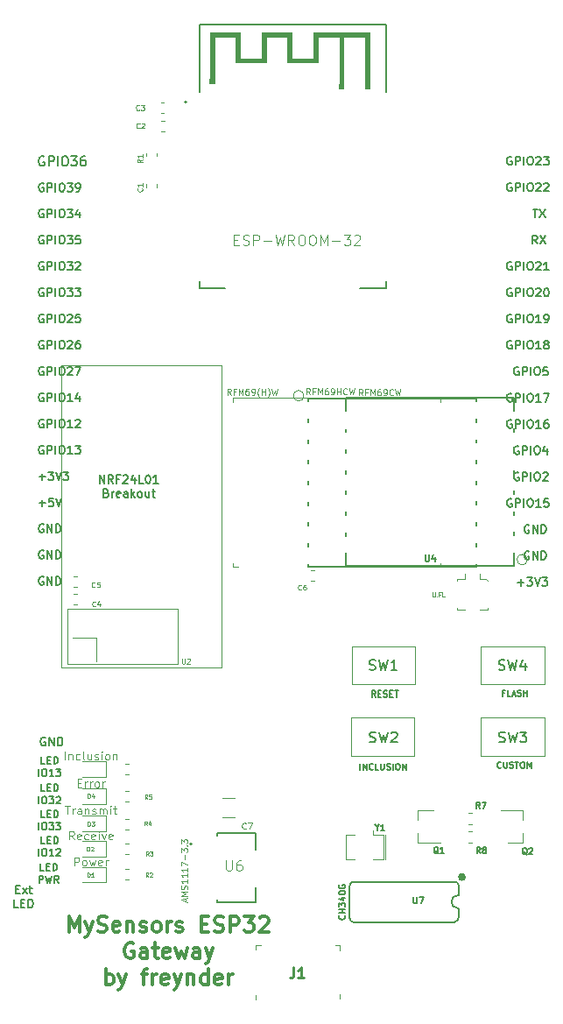
<source format=gbr>
G04 #@! TF.GenerationSoftware,KiCad,Pcbnew,6.0.0-rc1-unknown-15e0771~66~ubuntu18.04.1*
G04 #@! TF.CreationDate,2018-08-13T10:51:08+02:00*
G04 #@! TF.ProjectId,esp32-gateway,65737033322D676174657761792E6B69,rev?*
G04 #@! TF.SameCoordinates,Original*
G04 #@! TF.FileFunction,Legend,Top*
G04 #@! TF.FilePolarity,Positive*
%FSLAX46Y46*%
G04 Gerber Fmt 4.6, Leading zero omitted, Abs format (unit mm)*
G04 Created by KiCad (PCBNEW 6.0.0-rc1-unknown-15e0771~66~ubuntu18.04.1) date Mon Aug 13 10:51:08 2018*
%MOMM*%
%LPD*%
G01*
G04 APERTURE LIST*
%ADD10C,0.125000*%
%ADD11C,0.150000*%
%ADD12C,0.300000*%
%ADD13C,0.100000*%
%ADD14C,0.120000*%
%ADD15C,0.127000*%
%ADD16C,0.200000*%
%ADD17C,0.050000*%
%ADD18C,0.203200*%
%ADD19C,0.254000*%
%ADD20C,0.250000*%
G04 APERTURE END LIST*
D10*
X120345714Y-136871904D02*
X120345714Y-136071904D01*
X120726666Y-136338571D02*
X120726666Y-136871904D01*
X120726666Y-136414761D02*
X120764761Y-136376666D01*
X120840952Y-136338571D01*
X120955238Y-136338571D01*
X121031428Y-136376666D01*
X121069523Y-136452857D01*
X121069523Y-136871904D01*
X121793333Y-136833809D02*
X121717142Y-136871904D01*
X121564761Y-136871904D01*
X121488571Y-136833809D01*
X121450476Y-136795714D01*
X121412380Y-136719523D01*
X121412380Y-136490952D01*
X121450476Y-136414761D01*
X121488571Y-136376666D01*
X121564761Y-136338571D01*
X121717142Y-136338571D01*
X121793333Y-136376666D01*
X122250476Y-136871904D02*
X122174285Y-136833809D01*
X122136190Y-136757619D01*
X122136190Y-136071904D01*
X122898095Y-136338571D02*
X122898095Y-136871904D01*
X122555238Y-136338571D02*
X122555238Y-136757619D01*
X122593333Y-136833809D01*
X122669523Y-136871904D01*
X122783809Y-136871904D01*
X122860000Y-136833809D01*
X122898095Y-136795714D01*
X123240952Y-136833809D02*
X123317142Y-136871904D01*
X123469523Y-136871904D01*
X123545714Y-136833809D01*
X123583809Y-136757619D01*
X123583809Y-136719523D01*
X123545714Y-136643333D01*
X123469523Y-136605238D01*
X123355238Y-136605238D01*
X123279047Y-136567142D01*
X123240952Y-136490952D01*
X123240952Y-136452857D01*
X123279047Y-136376666D01*
X123355238Y-136338571D01*
X123469523Y-136338571D01*
X123545714Y-136376666D01*
X123926666Y-136871904D02*
X123926666Y-136338571D01*
X123926666Y-136071904D02*
X123888571Y-136110000D01*
X123926666Y-136148095D01*
X123964761Y-136110000D01*
X123926666Y-136071904D01*
X123926666Y-136148095D01*
X124421904Y-136871904D02*
X124345714Y-136833809D01*
X124307619Y-136795714D01*
X124269523Y-136719523D01*
X124269523Y-136490952D01*
X124307619Y-136414761D01*
X124345714Y-136376666D01*
X124421904Y-136338571D01*
X124536190Y-136338571D01*
X124612380Y-136376666D01*
X124650476Y-136414761D01*
X124688571Y-136490952D01*
X124688571Y-136719523D01*
X124650476Y-136795714D01*
X124612380Y-136833809D01*
X124536190Y-136871904D01*
X124421904Y-136871904D01*
X125031428Y-136338571D02*
X125031428Y-136871904D01*
X125031428Y-136414761D02*
X125069523Y-136376666D01*
X125145714Y-136338571D01*
X125260000Y-136338571D01*
X125336190Y-136376666D01*
X125374285Y-136452857D01*
X125374285Y-136871904D01*
D11*
X118423810Y-137256666D02*
X118090476Y-137256666D01*
X118090476Y-136556666D01*
X118657143Y-136890000D02*
X118890476Y-136890000D01*
X118990476Y-137256666D02*
X118657143Y-137256666D01*
X118657143Y-136556666D01*
X118990476Y-136556666D01*
X119290476Y-137256666D02*
X119290476Y-136556666D01*
X119457143Y-136556666D01*
X119557143Y-136590000D01*
X119623810Y-136656666D01*
X119657143Y-136723333D01*
X119690476Y-136856666D01*
X119690476Y-136956666D01*
X119657143Y-137090000D01*
X119623810Y-137156666D01*
X119557143Y-137223333D01*
X119457143Y-137256666D01*
X119290476Y-137256666D01*
X117840476Y-138456666D02*
X117840476Y-137756666D01*
X118307143Y-137756666D02*
X118440476Y-137756666D01*
X118507143Y-137790000D01*
X118573810Y-137856666D01*
X118607143Y-137990000D01*
X118607143Y-138223333D01*
X118573810Y-138356666D01*
X118507143Y-138423333D01*
X118440476Y-138456666D01*
X118307143Y-138456666D01*
X118240476Y-138423333D01*
X118173810Y-138356666D01*
X118140476Y-138223333D01*
X118140476Y-137990000D01*
X118173810Y-137856666D01*
X118240476Y-137790000D01*
X118307143Y-137756666D01*
X119273810Y-138456666D02*
X118873810Y-138456666D01*
X119073810Y-138456666D02*
X119073810Y-137756666D01*
X119007143Y-137856666D01*
X118940476Y-137923333D01*
X118873810Y-137956666D01*
X119507143Y-137756666D02*
X119940476Y-137756666D01*
X119707143Y-138023333D01*
X119807143Y-138023333D01*
X119873810Y-138056666D01*
X119907143Y-138090000D01*
X119940476Y-138156666D01*
X119940476Y-138323333D01*
X119907143Y-138390000D01*
X119873810Y-138423333D01*
X119807143Y-138456666D01*
X119607143Y-138456666D01*
X119540476Y-138423333D01*
X119507143Y-138390000D01*
D12*
X120762857Y-153518571D02*
X120762857Y-152018571D01*
X121262857Y-153090000D01*
X121762857Y-152018571D01*
X121762857Y-153518571D01*
X122334285Y-152518571D02*
X122691428Y-153518571D01*
X123048571Y-152518571D02*
X122691428Y-153518571D01*
X122548571Y-153875714D01*
X122477142Y-153947142D01*
X122334285Y-154018571D01*
X123548571Y-153447142D02*
X123762857Y-153518571D01*
X124120000Y-153518571D01*
X124262857Y-153447142D01*
X124334285Y-153375714D01*
X124405714Y-153232857D01*
X124405714Y-153090000D01*
X124334285Y-152947142D01*
X124262857Y-152875714D01*
X124120000Y-152804285D01*
X123834285Y-152732857D01*
X123691428Y-152661428D01*
X123620000Y-152590000D01*
X123548571Y-152447142D01*
X123548571Y-152304285D01*
X123620000Y-152161428D01*
X123691428Y-152090000D01*
X123834285Y-152018571D01*
X124191428Y-152018571D01*
X124405714Y-152090000D01*
X125620000Y-153447142D02*
X125477142Y-153518571D01*
X125191428Y-153518571D01*
X125048571Y-153447142D01*
X124977142Y-153304285D01*
X124977142Y-152732857D01*
X125048571Y-152590000D01*
X125191428Y-152518571D01*
X125477142Y-152518571D01*
X125620000Y-152590000D01*
X125691428Y-152732857D01*
X125691428Y-152875714D01*
X124977142Y-153018571D01*
X126334285Y-152518571D02*
X126334285Y-153518571D01*
X126334285Y-152661428D02*
X126405714Y-152590000D01*
X126548571Y-152518571D01*
X126762857Y-152518571D01*
X126905714Y-152590000D01*
X126977142Y-152732857D01*
X126977142Y-153518571D01*
X127620000Y-153447142D02*
X127762857Y-153518571D01*
X128048571Y-153518571D01*
X128191428Y-153447142D01*
X128262857Y-153304285D01*
X128262857Y-153232857D01*
X128191428Y-153090000D01*
X128048571Y-153018571D01*
X127834285Y-153018571D01*
X127691428Y-152947142D01*
X127620000Y-152804285D01*
X127620000Y-152732857D01*
X127691428Y-152590000D01*
X127834285Y-152518571D01*
X128048571Y-152518571D01*
X128191428Y-152590000D01*
X129120000Y-153518571D02*
X128977142Y-153447142D01*
X128905714Y-153375714D01*
X128834285Y-153232857D01*
X128834285Y-152804285D01*
X128905714Y-152661428D01*
X128977142Y-152590000D01*
X129120000Y-152518571D01*
X129334285Y-152518571D01*
X129477142Y-152590000D01*
X129548571Y-152661428D01*
X129620000Y-152804285D01*
X129620000Y-153232857D01*
X129548571Y-153375714D01*
X129477142Y-153447142D01*
X129334285Y-153518571D01*
X129120000Y-153518571D01*
X130262857Y-153518571D02*
X130262857Y-152518571D01*
X130262857Y-152804285D02*
X130334285Y-152661428D01*
X130405714Y-152590000D01*
X130548571Y-152518571D01*
X130691428Y-152518571D01*
X131120000Y-153447142D02*
X131262857Y-153518571D01*
X131548571Y-153518571D01*
X131691428Y-153447142D01*
X131762857Y-153304285D01*
X131762857Y-153232857D01*
X131691428Y-153090000D01*
X131548571Y-153018571D01*
X131334285Y-153018571D01*
X131191428Y-152947142D01*
X131120000Y-152804285D01*
X131120000Y-152732857D01*
X131191428Y-152590000D01*
X131334285Y-152518571D01*
X131548571Y-152518571D01*
X131691428Y-152590000D01*
X133548571Y-152732857D02*
X134048571Y-152732857D01*
X134262857Y-153518571D02*
X133548571Y-153518571D01*
X133548571Y-152018571D01*
X134262857Y-152018571D01*
X134834285Y-153447142D02*
X135048571Y-153518571D01*
X135405714Y-153518571D01*
X135548571Y-153447142D01*
X135620000Y-153375714D01*
X135691428Y-153232857D01*
X135691428Y-153090000D01*
X135620000Y-152947142D01*
X135548571Y-152875714D01*
X135405714Y-152804285D01*
X135120000Y-152732857D01*
X134977142Y-152661428D01*
X134905714Y-152590000D01*
X134834285Y-152447142D01*
X134834285Y-152304285D01*
X134905714Y-152161428D01*
X134977142Y-152090000D01*
X135120000Y-152018571D01*
X135477142Y-152018571D01*
X135691428Y-152090000D01*
X136334285Y-153518571D02*
X136334285Y-152018571D01*
X136905714Y-152018571D01*
X137048571Y-152090000D01*
X137120000Y-152161428D01*
X137191428Y-152304285D01*
X137191428Y-152518571D01*
X137120000Y-152661428D01*
X137048571Y-152732857D01*
X136905714Y-152804285D01*
X136334285Y-152804285D01*
X137691428Y-152018571D02*
X138620000Y-152018571D01*
X138120000Y-152590000D01*
X138334285Y-152590000D01*
X138477142Y-152661428D01*
X138548571Y-152732857D01*
X138620000Y-152875714D01*
X138620000Y-153232857D01*
X138548571Y-153375714D01*
X138477142Y-153447142D01*
X138334285Y-153518571D01*
X137905714Y-153518571D01*
X137762857Y-153447142D01*
X137691428Y-153375714D01*
X139191428Y-152161428D02*
X139262857Y-152090000D01*
X139405714Y-152018571D01*
X139762857Y-152018571D01*
X139905714Y-152090000D01*
X139977142Y-152161428D01*
X140048571Y-152304285D01*
X140048571Y-152447142D01*
X139977142Y-152661428D01*
X139120000Y-153518571D01*
X140048571Y-153518571D01*
X126977142Y-154640000D02*
X126834285Y-154568571D01*
X126620000Y-154568571D01*
X126405714Y-154640000D01*
X126262857Y-154782857D01*
X126191428Y-154925714D01*
X126120000Y-155211428D01*
X126120000Y-155425714D01*
X126191428Y-155711428D01*
X126262857Y-155854285D01*
X126405714Y-155997142D01*
X126620000Y-156068571D01*
X126762857Y-156068571D01*
X126977142Y-155997142D01*
X127048571Y-155925714D01*
X127048571Y-155425714D01*
X126762857Y-155425714D01*
X128334285Y-156068571D02*
X128334285Y-155282857D01*
X128262857Y-155140000D01*
X128120000Y-155068571D01*
X127834285Y-155068571D01*
X127691428Y-155140000D01*
X128334285Y-155997142D02*
X128191428Y-156068571D01*
X127834285Y-156068571D01*
X127691428Y-155997142D01*
X127620000Y-155854285D01*
X127620000Y-155711428D01*
X127691428Y-155568571D01*
X127834285Y-155497142D01*
X128191428Y-155497142D01*
X128334285Y-155425714D01*
X128834285Y-155068571D02*
X129405714Y-155068571D01*
X129048571Y-154568571D02*
X129048571Y-155854285D01*
X129120000Y-155997142D01*
X129262857Y-156068571D01*
X129405714Y-156068571D01*
X130477142Y-155997142D02*
X130334285Y-156068571D01*
X130048571Y-156068571D01*
X129905714Y-155997142D01*
X129834285Y-155854285D01*
X129834285Y-155282857D01*
X129905714Y-155140000D01*
X130048571Y-155068571D01*
X130334285Y-155068571D01*
X130477142Y-155140000D01*
X130548571Y-155282857D01*
X130548571Y-155425714D01*
X129834285Y-155568571D01*
X131048571Y-155068571D02*
X131334285Y-156068571D01*
X131620000Y-155354285D01*
X131905714Y-156068571D01*
X132191428Y-155068571D01*
X133405714Y-156068571D02*
X133405714Y-155282857D01*
X133334285Y-155140000D01*
X133191428Y-155068571D01*
X132905714Y-155068571D01*
X132762857Y-155140000D01*
X133405714Y-155997142D02*
X133262857Y-156068571D01*
X132905714Y-156068571D01*
X132762857Y-155997142D01*
X132691428Y-155854285D01*
X132691428Y-155711428D01*
X132762857Y-155568571D01*
X132905714Y-155497142D01*
X133262857Y-155497142D01*
X133405714Y-155425714D01*
X133977142Y-155068571D02*
X134334285Y-156068571D01*
X134691428Y-155068571D02*
X134334285Y-156068571D01*
X134191428Y-156425714D01*
X134120000Y-156497142D01*
X133977142Y-156568571D01*
X124334285Y-158618571D02*
X124334285Y-157118571D01*
X124334285Y-157690000D02*
X124477142Y-157618571D01*
X124762857Y-157618571D01*
X124905714Y-157690000D01*
X124977142Y-157761428D01*
X125048571Y-157904285D01*
X125048571Y-158332857D01*
X124977142Y-158475714D01*
X124905714Y-158547142D01*
X124762857Y-158618571D01*
X124477142Y-158618571D01*
X124334285Y-158547142D01*
X125548571Y-157618571D02*
X125905714Y-158618571D01*
X126262857Y-157618571D02*
X125905714Y-158618571D01*
X125762857Y-158975714D01*
X125691428Y-159047142D01*
X125548571Y-159118571D01*
X127762857Y-157618571D02*
X128334285Y-157618571D01*
X127977142Y-158618571D02*
X127977142Y-157332857D01*
X128048571Y-157190000D01*
X128191428Y-157118571D01*
X128334285Y-157118571D01*
X128834285Y-158618571D02*
X128834285Y-157618571D01*
X128834285Y-157904285D02*
X128905714Y-157761428D01*
X128977142Y-157690000D01*
X129120000Y-157618571D01*
X129262857Y-157618571D01*
X130334285Y-158547142D02*
X130191428Y-158618571D01*
X129905714Y-158618571D01*
X129762857Y-158547142D01*
X129691428Y-158404285D01*
X129691428Y-157832857D01*
X129762857Y-157690000D01*
X129905714Y-157618571D01*
X130191428Y-157618571D01*
X130334285Y-157690000D01*
X130405714Y-157832857D01*
X130405714Y-157975714D01*
X129691428Y-158118571D01*
X130905714Y-157618571D02*
X131262857Y-158618571D01*
X131620000Y-157618571D02*
X131262857Y-158618571D01*
X131120000Y-158975714D01*
X131048571Y-159047142D01*
X130905714Y-159118571D01*
X132191428Y-157618571D02*
X132191428Y-158618571D01*
X132191428Y-157761428D02*
X132262857Y-157690000D01*
X132405714Y-157618571D01*
X132620000Y-157618571D01*
X132762857Y-157690000D01*
X132834285Y-157832857D01*
X132834285Y-158618571D01*
X134191428Y-158618571D02*
X134191428Y-157118571D01*
X134191428Y-158547142D02*
X134048571Y-158618571D01*
X133762857Y-158618571D01*
X133620000Y-158547142D01*
X133548571Y-158475714D01*
X133477142Y-158332857D01*
X133477142Y-157904285D01*
X133548571Y-157761428D01*
X133620000Y-157690000D01*
X133762857Y-157618571D01*
X134048571Y-157618571D01*
X134191428Y-157690000D01*
X135477142Y-158547142D02*
X135334285Y-158618571D01*
X135048571Y-158618571D01*
X134905714Y-158547142D01*
X134834285Y-158404285D01*
X134834285Y-157832857D01*
X134905714Y-157690000D01*
X135048571Y-157618571D01*
X135334285Y-157618571D01*
X135477142Y-157690000D01*
X135548571Y-157832857D01*
X135548571Y-157975714D01*
X134834285Y-158118571D01*
X136191428Y-158618571D02*
X136191428Y-157618571D01*
X136191428Y-157904285D02*
X136262857Y-157761428D01*
X136334285Y-157690000D01*
X136477142Y-157618571D01*
X136620000Y-157618571D01*
D11*
X115626190Y-149407857D02*
X115892857Y-149407857D01*
X116007142Y-149826904D02*
X115626190Y-149826904D01*
X115626190Y-149026904D01*
X116007142Y-149026904D01*
X116273809Y-149826904D02*
X116692857Y-149293571D01*
X116273809Y-149293571D02*
X116692857Y-149826904D01*
X116883333Y-149293571D02*
X117188095Y-149293571D01*
X116997619Y-149026904D02*
X116997619Y-149712619D01*
X117035714Y-149788809D01*
X117111904Y-149826904D01*
X117188095Y-149826904D01*
X115835714Y-151176904D02*
X115454761Y-151176904D01*
X115454761Y-150376904D01*
X116102380Y-150757857D02*
X116369047Y-150757857D01*
X116483333Y-151176904D02*
X116102380Y-151176904D01*
X116102380Y-150376904D01*
X116483333Y-150376904D01*
X116826190Y-151176904D02*
X116826190Y-150376904D01*
X117016666Y-150376904D01*
X117130952Y-150415000D01*
X117207142Y-150491190D01*
X117245238Y-150567380D01*
X117283333Y-150719761D01*
X117283333Y-150834047D01*
X117245238Y-150986428D01*
X117207142Y-151062619D01*
X117130952Y-151138809D01*
X117016666Y-151176904D01*
X116826190Y-151176904D01*
X123710952Y-110136904D02*
X123710952Y-109336904D01*
X124168095Y-110136904D01*
X124168095Y-109336904D01*
X125006190Y-110136904D02*
X124739523Y-109755952D01*
X124549047Y-110136904D02*
X124549047Y-109336904D01*
X124853809Y-109336904D01*
X124930000Y-109375000D01*
X124968095Y-109413095D01*
X125006190Y-109489285D01*
X125006190Y-109603571D01*
X124968095Y-109679761D01*
X124930000Y-109717857D01*
X124853809Y-109755952D01*
X124549047Y-109755952D01*
X125615714Y-109717857D02*
X125349047Y-109717857D01*
X125349047Y-110136904D02*
X125349047Y-109336904D01*
X125730000Y-109336904D01*
X125996666Y-109413095D02*
X126034761Y-109375000D01*
X126110952Y-109336904D01*
X126301428Y-109336904D01*
X126377619Y-109375000D01*
X126415714Y-109413095D01*
X126453809Y-109489285D01*
X126453809Y-109565476D01*
X126415714Y-109679761D01*
X125958571Y-110136904D01*
X126453809Y-110136904D01*
X127139523Y-109603571D02*
X127139523Y-110136904D01*
X126949047Y-109298809D02*
X126758571Y-109870238D01*
X127253809Y-109870238D01*
X127939523Y-110136904D02*
X127558571Y-110136904D01*
X127558571Y-109336904D01*
X128358571Y-109336904D02*
X128434761Y-109336904D01*
X128510952Y-109375000D01*
X128549047Y-109413095D01*
X128587142Y-109489285D01*
X128625238Y-109641666D01*
X128625238Y-109832142D01*
X128587142Y-109984523D01*
X128549047Y-110060714D01*
X128510952Y-110098809D01*
X128434761Y-110136904D01*
X128358571Y-110136904D01*
X128282380Y-110098809D01*
X128244285Y-110060714D01*
X128206190Y-109984523D01*
X128168095Y-109832142D01*
X128168095Y-109641666D01*
X128206190Y-109489285D01*
X128244285Y-109413095D01*
X128282380Y-109375000D01*
X128358571Y-109336904D01*
X129387142Y-110136904D02*
X128930000Y-110136904D01*
X129158571Y-110136904D02*
X129158571Y-109336904D01*
X129082380Y-109451190D01*
X129006190Y-109527380D01*
X128930000Y-109565476D01*
X124358571Y-111067857D02*
X124472857Y-111105952D01*
X124510952Y-111144047D01*
X124549047Y-111220238D01*
X124549047Y-111334523D01*
X124510952Y-111410714D01*
X124472857Y-111448809D01*
X124396666Y-111486904D01*
X124091904Y-111486904D01*
X124091904Y-110686904D01*
X124358571Y-110686904D01*
X124434761Y-110725000D01*
X124472857Y-110763095D01*
X124510952Y-110839285D01*
X124510952Y-110915476D01*
X124472857Y-110991666D01*
X124434761Y-111029761D01*
X124358571Y-111067857D01*
X124091904Y-111067857D01*
X124891904Y-111486904D02*
X124891904Y-110953571D01*
X124891904Y-111105952D02*
X124930000Y-111029761D01*
X124968095Y-110991666D01*
X125044285Y-110953571D01*
X125120476Y-110953571D01*
X125691904Y-111448809D02*
X125615714Y-111486904D01*
X125463333Y-111486904D01*
X125387142Y-111448809D01*
X125349047Y-111372619D01*
X125349047Y-111067857D01*
X125387142Y-110991666D01*
X125463333Y-110953571D01*
X125615714Y-110953571D01*
X125691904Y-110991666D01*
X125730000Y-111067857D01*
X125730000Y-111144047D01*
X125349047Y-111220238D01*
X126415714Y-111486904D02*
X126415714Y-111067857D01*
X126377619Y-110991666D01*
X126301428Y-110953571D01*
X126149047Y-110953571D01*
X126072857Y-110991666D01*
X126415714Y-111448809D02*
X126339523Y-111486904D01*
X126149047Y-111486904D01*
X126072857Y-111448809D01*
X126034761Y-111372619D01*
X126034761Y-111296428D01*
X126072857Y-111220238D01*
X126149047Y-111182142D01*
X126339523Y-111182142D01*
X126415714Y-111144047D01*
X126796666Y-111486904D02*
X126796666Y-110686904D01*
X126872857Y-111182142D02*
X127101428Y-111486904D01*
X127101428Y-110953571D02*
X126796666Y-111258333D01*
X127558571Y-111486904D02*
X127482380Y-111448809D01*
X127444285Y-111410714D01*
X127406190Y-111334523D01*
X127406190Y-111105952D01*
X127444285Y-111029761D01*
X127482380Y-110991666D01*
X127558571Y-110953571D01*
X127672857Y-110953571D01*
X127749047Y-110991666D01*
X127787142Y-111029761D01*
X127825238Y-111105952D01*
X127825238Y-111334523D01*
X127787142Y-111410714D01*
X127749047Y-111448809D01*
X127672857Y-111486904D01*
X127558571Y-111486904D01*
X128510952Y-110953571D02*
X128510952Y-111486904D01*
X128168095Y-110953571D02*
X128168095Y-111372619D01*
X128206190Y-111448809D01*
X128282380Y-111486904D01*
X128396666Y-111486904D01*
X128472857Y-111448809D01*
X128510952Y-111410714D01*
X128777619Y-110953571D02*
X129082380Y-110953571D01*
X128891904Y-110686904D02*
X128891904Y-111372619D01*
X128930000Y-111448809D01*
X129006190Y-111486904D01*
X129082380Y-111486904D01*
X162530000Y-137614285D02*
X162501428Y-137642857D01*
X162415714Y-137671428D01*
X162358571Y-137671428D01*
X162272857Y-137642857D01*
X162215714Y-137585714D01*
X162187142Y-137528571D01*
X162158571Y-137414285D01*
X162158571Y-137328571D01*
X162187142Y-137214285D01*
X162215714Y-137157142D01*
X162272857Y-137100000D01*
X162358571Y-137071428D01*
X162415714Y-137071428D01*
X162501428Y-137100000D01*
X162530000Y-137128571D01*
X162787142Y-137071428D02*
X162787142Y-137557142D01*
X162815714Y-137614285D01*
X162844285Y-137642857D01*
X162901428Y-137671428D01*
X163015714Y-137671428D01*
X163072857Y-137642857D01*
X163101428Y-137614285D01*
X163130000Y-137557142D01*
X163130000Y-137071428D01*
X163387142Y-137642857D02*
X163472857Y-137671428D01*
X163615714Y-137671428D01*
X163672857Y-137642857D01*
X163701428Y-137614285D01*
X163730000Y-137557142D01*
X163730000Y-137500000D01*
X163701428Y-137442857D01*
X163672857Y-137414285D01*
X163615714Y-137385714D01*
X163501428Y-137357142D01*
X163444285Y-137328571D01*
X163415714Y-137300000D01*
X163387142Y-137242857D01*
X163387142Y-137185714D01*
X163415714Y-137128571D01*
X163444285Y-137100000D01*
X163501428Y-137071428D01*
X163644285Y-137071428D01*
X163730000Y-137100000D01*
X163901428Y-137071428D02*
X164244285Y-137071428D01*
X164072857Y-137671428D02*
X164072857Y-137071428D01*
X164558571Y-137071428D02*
X164672857Y-137071428D01*
X164730000Y-137100000D01*
X164787142Y-137157142D01*
X164815714Y-137271428D01*
X164815714Y-137471428D01*
X164787142Y-137585714D01*
X164730000Y-137642857D01*
X164672857Y-137671428D01*
X164558571Y-137671428D01*
X164501428Y-137642857D01*
X164444285Y-137585714D01*
X164415714Y-137471428D01*
X164415714Y-137271428D01*
X164444285Y-137157142D01*
X164501428Y-137100000D01*
X164558571Y-137071428D01*
X165072857Y-137671428D02*
X165072857Y-137071428D01*
X165272857Y-137500000D01*
X165472857Y-137071428D01*
X165472857Y-137671428D01*
X148891428Y-137831428D02*
X148891428Y-137231428D01*
X149177142Y-137831428D02*
X149177142Y-137231428D01*
X149520000Y-137831428D01*
X149520000Y-137231428D01*
X150148571Y-137774285D02*
X150120000Y-137802857D01*
X150034285Y-137831428D01*
X149977142Y-137831428D01*
X149891428Y-137802857D01*
X149834285Y-137745714D01*
X149805714Y-137688571D01*
X149777142Y-137574285D01*
X149777142Y-137488571D01*
X149805714Y-137374285D01*
X149834285Y-137317142D01*
X149891428Y-137260000D01*
X149977142Y-137231428D01*
X150034285Y-137231428D01*
X150120000Y-137260000D01*
X150148571Y-137288571D01*
X150691428Y-137831428D02*
X150405714Y-137831428D01*
X150405714Y-137231428D01*
X150891428Y-137231428D02*
X150891428Y-137717142D01*
X150920000Y-137774285D01*
X150948571Y-137802857D01*
X151005714Y-137831428D01*
X151120000Y-137831428D01*
X151177142Y-137802857D01*
X151205714Y-137774285D01*
X151234285Y-137717142D01*
X151234285Y-137231428D01*
X151491428Y-137802857D02*
X151577142Y-137831428D01*
X151720000Y-137831428D01*
X151777142Y-137802857D01*
X151805714Y-137774285D01*
X151834285Y-137717142D01*
X151834285Y-137660000D01*
X151805714Y-137602857D01*
X151777142Y-137574285D01*
X151720000Y-137545714D01*
X151605714Y-137517142D01*
X151548571Y-137488571D01*
X151520000Y-137460000D01*
X151491428Y-137402857D01*
X151491428Y-137345714D01*
X151520000Y-137288571D01*
X151548571Y-137260000D01*
X151605714Y-137231428D01*
X151748571Y-137231428D01*
X151834285Y-137260000D01*
X152091428Y-137831428D02*
X152091428Y-137231428D01*
X152491428Y-137231428D02*
X152605714Y-137231428D01*
X152662857Y-137260000D01*
X152720000Y-137317142D01*
X152748571Y-137431428D01*
X152748571Y-137631428D01*
X152720000Y-137745714D01*
X152662857Y-137802857D01*
X152605714Y-137831428D01*
X152491428Y-137831428D01*
X152434285Y-137802857D01*
X152377142Y-137745714D01*
X152348571Y-137631428D01*
X152348571Y-137431428D01*
X152377142Y-137317142D01*
X152434285Y-137260000D01*
X152491428Y-137231428D01*
X153005714Y-137831428D02*
X153005714Y-137231428D01*
X153348571Y-137831428D01*
X153348571Y-137231428D01*
X162855714Y-130407142D02*
X162655714Y-130407142D01*
X162655714Y-130721428D02*
X162655714Y-130121428D01*
X162941428Y-130121428D01*
X163455714Y-130721428D02*
X163170000Y-130721428D01*
X163170000Y-130121428D01*
X163627142Y-130550000D02*
X163912857Y-130550000D01*
X163570000Y-130721428D02*
X163770000Y-130121428D01*
X163970000Y-130721428D01*
X164141428Y-130692857D02*
X164227142Y-130721428D01*
X164370000Y-130721428D01*
X164427142Y-130692857D01*
X164455714Y-130664285D01*
X164484285Y-130607142D01*
X164484285Y-130550000D01*
X164455714Y-130492857D01*
X164427142Y-130464285D01*
X164370000Y-130435714D01*
X164255714Y-130407142D01*
X164198571Y-130378571D01*
X164170000Y-130350000D01*
X164141428Y-130292857D01*
X164141428Y-130235714D01*
X164170000Y-130178571D01*
X164198571Y-130150000D01*
X164255714Y-130121428D01*
X164398571Y-130121428D01*
X164484285Y-130150000D01*
X164741428Y-130721428D02*
X164741428Y-130121428D01*
X164741428Y-130407142D02*
X165084285Y-130407142D01*
X165084285Y-130721428D02*
X165084285Y-130121428D01*
X150398571Y-130791428D02*
X150198571Y-130505714D01*
X150055714Y-130791428D02*
X150055714Y-130191428D01*
X150284285Y-130191428D01*
X150341428Y-130220000D01*
X150370000Y-130248571D01*
X150398571Y-130305714D01*
X150398571Y-130391428D01*
X150370000Y-130448571D01*
X150341428Y-130477142D01*
X150284285Y-130505714D01*
X150055714Y-130505714D01*
X150655714Y-130477142D02*
X150855714Y-130477142D01*
X150941428Y-130791428D02*
X150655714Y-130791428D01*
X150655714Y-130191428D01*
X150941428Y-130191428D01*
X151170000Y-130762857D02*
X151255714Y-130791428D01*
X151398571Y-130791428D01*
X151455714Y-130762857D01*
X151484285Y-130734285D01*
X151512857Y-130677142D01*
X151512857Y-130620000D01*
X151484285Y-130562857D01*
X151455714Y-130534285D01*
X151398571Y-130505714D01*
X151284285Y-130477142D01*
X151227142Y-130448571D01*
X151198571Y-130420000D01*
X151170000Y-130362857D01*
X151170000Y-130305714D01*
X151198571Y-130248571D01*
X151227142Y-130220000D01*
X151284285Y-130191428D01*
X151427142Y-130191428D01*
X151512857Y-130220000D01*
X151770000Y-130477142D02*
X151970000Y-130477142D01*
X152055714Y-130791428D02*
X151770000Y-130791428D01*
X151770000Y-130191428D01*
X152055714Y-130191428D01*
X152227142Y-130191428D02*
X152570000Y-130191428D01*
X152398571Y-130791428D02*
X152398571Y-130191428D01*
D13*
X155927142Y-120710952D02*
X155927142Y-121034761D01*
X155946190Y-121072857D01*
X155965238Y-121091904D01*
X156003333Y-121110952D01*
X156079523Y-121110952D01*
X156117619Y-121091904D01*
X156136666Y-121072857D01*
X156155714Y-121034761D01*
X156155714Y-120710952D01*
X156346190Y-121072857D02*
X156365238Y-121091904D01*
X156346190Y-121110952D01*
X156327142Y-121091904D01*
X156346190Y-121072857D01*
X156346190Y-121110952D01*
X156670000Y-120901428D02*
X156536666Y-120901428D01*
X156536666Y-121110952D02*
X156536666Y-120710952D01*
X156727142Y-120710952D01*
X157070000Y-121110952D02*
X156879523Y-121110952D01*
X156879523Y-120710952D01*
D10*
X136397142Y-101611428D02*
X136197142Y-101325714D01*
X136054285Y-101611428D02*
X136054285Y-101011428D01*
X136282857Y-101011428D01*
X136340000Y-101040000D01*
X136368571Y-101068571D01*
X136397142Y-101125714D01*
X136397142Y-101211428D01*
X136368571Y-101268571D01*
X136340000Y-101297142D01*
X136282857Y-101325714D01*
X136054285Y-101325714D01*
X136854285Y-101297142D02*
X136654285Y-101297142D01*
X136654285Y-101611428D02*
X136654285Y-101011428D01*
X136940000Y-101011428D01*
X137168571Y-101611428D02*
X137168571Y-101011428D01*
X137368571Y-101440000D01*
X137568571Y-101011428D01*
X137568571Y-101611428D01*
X138111428Y-101011428D02*
X137997142Y-101011428D01*
X137940000Y-101040000D01*
X137911428Y-101068571D01*
X137854285Y-101154285D01*
X137825714Y-101268571D01*
X137825714Y-101497142D01*
X137854285Y-101554285D01*
X137882857Y-101582857D01*
X137940000Y-101611428D01*
X138054285Y-101611428D01*
X138111428Y-101582857D01*
X138140000Y-101554285D01*
X138168571Y-101497142D01*
X138168571Y-101354285D01*
X138140000Y-101297142D01*
X138111428Y-101268571D01*
X138054285Y-101240000D01*
X137940000Y-101240000D01*
X137882857Y-101268571D01*
X137854285Y-101297142D01*
X137825714Y-101354285D01*
X138454285Y-101611428D02*
X138568571Y-101611428D01*
X138625714Y-101582857D01*
X138654285Y-101554285D01*
X138711428Y-101468571D01*
X138740000Y-101354285D01*
X138740000Y-101125714D01*
X138711428Y-101068571D01*
X138682857Y-101040000D01*
X138625714Y-101011428D01*
X138511428Y-101011428D01*
X138454285Y-101040000D01*
X138425714Y-101068571D01*
X138397142Y-101125714D01*
X138397142Y-101268571D01*
X138425714Y-101325714D01*
X138454285Y-101354285D01*
X138511428Y-101382857D01*
X138625714Y-101382857D01*
X138682857Y-101354285D01*
X138711428Y-101325714D01*
X138740000Y-101268571D01*
X139168571Y-101840000D02*
X139140000Y-101811428D01*
X139082857Y-101725714D01*
X139054285Y-101668571D01*
X139025714Y-101582857D01*
X138997142Y-101440000D01*
X138997142Y-101325714D01*
X139025714Y-101182857D01*
X139054285Y-101097142D01*
X139082857Y-101040000D01*
X139140000Y-100954285D01*
X139168571Y-100925714D01*
X139397142Y-101611428D02*
X139397142Y-101011428D01*
X139397142Y-101297142D02*
X139740000Y-101297142D01*
X139740000Y-101611428D02*
X139740000Y-101011428D01*
X139968571Y-101840000D02*
X139997142Y-101811428D01*
X140054285Y-101725714D01*
X140082857Y-101668571D01*
X140111428Y-101582857D01*
X140140000Y-101440000D01*
X140140000Y-101325714D01*
X140111428Y-101182857D01*
X140082857Y-101097142D01*
X140054285Y-101040000D01*
X139997142Y-100954285D01*
X139968571Y-100925714D01*
X140368571Y-101011428D02*
X140511428Y-101611428D01*
X140625714Y-101182857D01*
X140740000Y-101611428D01*
X140882857Y-101011428D01*
X121279047Y-147111904D02*
X121279047Y-146311904D01*
X121583809Y-146311904D01*
X121660000Y-146350000D01*
X121698095Y-146388095D01*
X121736190Y-146464285D01*
X121736190Y-146578571D01*
X121698095Y-146654761D01*
X121660000Y-146692857D01*
X121583809Y-146730952D01*
X121279047Y-146730952D01*
X122193333Y-147111904D02*
X122117142Y-147073809D01*
X122079047Y-147035714D01*
X122040952Y-146959523D01*
X122040952Y-146730952D01*
X122079047Y-146654761D01*
X122117142Y-146616666D01*
X122193333Y-146578571D01*
X122307619Y-146578571D01*
X122383809Y-146616666D01*
X122421904Y-146654761D01*
X122460000Y-146730952D01*
X122460000Y-146959523D01*
X122421904Y-147035714D01*
X122383809Y-147073809D01*
X122307619Y-147111904D01*
X122193333Y-147111904D01*
X122726666Y-146578571D02*
X122879047Y-147111904D01*
X123031428Y-146730952D01*
X123183809Y-147111904D01*
X123336190Y-146578571D01*
X123945714Y-147073809D02*
X123869523Y-147111904D01*
X123717142Y-147111904D01*
X123640952Y-147073809D01*
X123602857Y-146997619D01*
X123602857Y-146692857D01*
X123640952Y-146616666D01*
X123717142Y-146578571D01*
X123869523Y-146578571D01*
X123945714Y-146616666D01*
X123983809Y-146692857D01*
X123983809Y-146769047D01*
X123602857Y-146845238D01*
X124326666Y-147111904D02*
X124326666Y-146578571D01*
X124326666Y-146730952D02*
X124364761Y-146654761D01*
X124402857Y-146616666D01*
X124479047Y-146578571D01*
X124555238Y-146578571D01*
X121240952Y-144581904D02*
X120974285Y-144200952D01*
X120783809Y-144581904D02*
X120783809Y-143781904D01*
X121088571Y-143781904D01*
X121164761Y-143820000D01*
X121202857Y-143858095D01*
X121240952Y-143934285D01*
X121240952Y-144048571D01*
X121202857Y-144124761D01*
X121164761Y-144162857D01*
X121088571Y-144200952D01*
X120783809Y-144200952D01*
X121888571Y-144543809D02*
X121812380Y-144581904D01*
X121660000Y-144581904D01*
X121583809Y-144543809D01*
X121545714Y-144467619D01*
X121545714Y-144162857D01*
X121583809Y-144086666D01*
X121660000Y-144048571D01*
X121812380Y-144048571D01*
X121888571Y-144086666D01*
X121926666Y-144162857D01*
X121926666Y-144239047D01*
X121545714Y-144315238D01*
X122612380Y-144543809D02*
X122536190Y-144581904D01*
X122383809Y-144581904D01*
X122307619Y-144543809D01*
X122269523Y-144505714D01*
X122231428Y-144429523D01*
X122231428Y-144200952D01*
X122269523Y-144124761D01*
X122307619Y-144086666D01*
X122383809Y-144048571D01*
X122536190Y-144048571D01*
X122612380Y-144086666D01*
X123260000Y-144543809D02*
X123183809Y-144581904D01*
X123031428Y-144581904D01*
X122955238Y-144543809D01*
X122917142Y-144467619D01*
X122917142Y-144162857D01*
X122955238Y-144086666D01*
X123031428Y-144048571D01*
X123183809Y-144048571D01*
X123260000Y-144086666D01*
X123298095Y-144162857D01*
X123298095Y-144239047D01*
X122917142Y-144315238D01*
X123640952Y-144581904D02*
X123640952Y-144048571D01*
X123640952Y-143781904D02*
X123602857Y-143820000D01*
X123640952Y-143858095D01*
X123679047Y-143820000D01*
X123640952Y-143781904D01*
X123640952Y-143858095D01*
X123945714Y-144048571D02*
X124136190Y-144581904D01*
X124326666Y-144048571D01*
X124936190Y-144543809D02*
X124860000Y-144581904D01*
X124707619Y-144581904D01*
X124631428Y-144543809D01*
X124593333Y-144467619D01*
X124593333Y-144162857D01*
X124631428Y-144086666D01*
X124707619Y-144048571D01*
X124860000Y-144048571D01*
X124936190Y-144086666D01*
X124974285Y-144162857D01*
X124974285Y-144239047D01*
X124593333Y-144315238D01*
X120383809Y-141331904D02*
X120840952Y-141331904D01*
X120612380Y-142131904D02*
X120612380Y-141331904D01*
X121107619Y-142131904D02*
X121107619Y-141598571D01*
X121107619Y-141750952D02*
X121145714Y-141674761D01*
X121183809Y-141636666D01*
X121260000Y-141598571D01*
X121336190Y-141598571D01*
X121945714Y-142131904D02*
X121945714Y-141712857D01*
X121907619Y-141636666D01*
X121831428Y-141598571D01*
X121679047Y-141598571D01*
X121602857Y-141636666D01*
X121945714Y-142093809D02*
X121869523Y-142131904D01*
X121679047Y-142131904D01*
X121602857Y-142093809D01*
X121564761Y-142017619D01*
X121564761Y-141941428D01*
X121602857Y-141865238D01*
X121679047Y-141827142D01*
X121869523Y-141827142D01*
X121945714Y-141789047D01*
X122326666Y-141598571D02*
X122326666Y-142131904D01*
X122326666Y-141674761D02*
X122364761Y-141636666D01*
X122440952Y-141598571D01*
X122555238Y-141598571D01*
X122631428Y-141636666D01*
X122669523Y-141712857D01*
X122669523Y-142131904D01*
X123012380Y-142093809D02*
X123088571Y-142131904D01*
X123240952Y-142131904D01*
X123317142Y-142093809D01*
X123355238Y-142017619D01*
X123355238Y-141979523D01*
X123317142Y-141903333D01*
X123240952Y-141865238D01*
X123126666Y-141865238D01*
X123050476Y-141827142D01*
X123012380Y-141750952D01*
X123012380Y-141712857D01*
X123050476Y-141636666D01*
X123126666Y-141598571D01*
X123240952Y-141598571D01*
X123317142Y-141636666D01*
X123698095Y-142131904D02*
X123698095Y-141598571D01*
X123698095Y-141674761D02*
X123736190Y-141636666D01*
X123812380Y-141598571D01*
X123926666Y-141598571D01*
X124002857Y-141636666D01*
X124040952Y-141712857D01*
X124040952Y-142131904D01*
X124040952Y-141712857D02*
X124079047Y-141636666D01*
X124155238Y-141598571D01*
X124269523Y-141598571D01*
X124345714Y-141636666D01*
X124383809Y-141712857D01*
X124383809Y-142131904D01*
X124764761Y-142131904D02*
X124764761Y-141598571D01*
X124764761Y-141331904D02*
X124726666Y-141370000D01*
X124764761Y-141408095D01*
X124802857Y-141370000D01*
X124764761Y-141331904D01*
X124764761Y-141408095D01*
X125031428Y-141598571D02*
X125336190Y-141598571D01*
X125145714Y-141331904D02*
X125145714Y-142017619D01*
X125183809Y-142093809D01*
X125260000Y-142131904D01*
X125336190Y-142131904D01*
X121583809Y-139102857D02*
X121850476Y-139102857D01*
X121964761Y-139521904D02*
X121583809Y-139521904D01*
X121583809Y-138721904D01*
X121964761Y-138721904D01*
X122307619Y-139521904D02*
X122307619Y-138988571D01*
X122307619Y-139140952D02*
X122345714Y-139064761D01*
X122383809Y-139026666D01*
X122460000Y-138988571D01*
X122536190Y-138988571D01*
X122802857Y-139521904D02*
X122802857Y-138988571D01*
X122802857Y-139140952D02*
X122840952Y-139064761D01*
X122879047Y-139026666D01*
X122955238Y-138988571D01*
X123031428Y-138988571D01*
X123412380Y-139521904D02*
X123336190Y-139483809D01*
X123298095Y-139445714D01*
X123260000Y-139369523D01*
X123260000Y-139140952D01*
X123298095Y-139064761D01*
X123336190Y-139026666D01*
X123412380Y-138988571D01*
X123526666Y-138988571D01*
X123602857Y-139026666D01*
X123640952Y-139064761D01*
X123679047Y-139140952D01*
X123679047Y-139369523D01*
X123640952Y-139445714D01*
X123602857Y-139483809D01*
X123526666Y-139521904D01*
X123412380Y-139521904D01*
X124021904Y-139521904D02*
X124021904Y-138988571D01*
X124021904Y-139140952D02*
X124060000Y-139064761D01*
X124098095Y-139026666D01*
X124174285Y-138988571D01*
X124250476Y-138988571D01*
D11*
X164139048Y-119747142D02*
X164748572Y-119747142D01*
X164443810Y-120051904D02*
X164443810Y-119442380D01*
X165053333Y-119251904D02*
X165548572Y-119251904D01*
X165281905Y-119556666D01*
X165396191Y-119556666D01*
X165472381Y-119594761D01*
X165510476Y-119632857D01*
X165548572Y-119709047D01*
X165548572Y-119899523D01*
X165510476Y-119975714D01*
X165472381Y-120013809D01*
X165396191Y-120051904D01*
X165167619Y-120051904D01*
X165091429Y-120013809D01*
X165053333Y-119975714D01*
X165777143Y-119251904D02*
X166043810Y-120051904D01*
X166310476Y-119251904D01*
X166500952Y-119251904D02*
X166996191Y-119251904D01*
X166729524Y-119556666D01*
X166843810Y-119556666D01*
X166920000Y-119594761D01*
X166958095Y-119632857D01*
X166996191Y-119709047D01*
X166996191Y-119899523D01*
X166958095Y-119975714D01*
X166920000Y-120013809D01*
X166843810Y-120051904D01*
X166615238Y-120051904D01*
X166539048Y-120013809D01*
X166500952Y-119975714D01*
X165224762Y-116748125D02*
X165148571Y-116710029D01*
X165034286Y-116710029D01*
X164920000Y-116748125D01*
X164843809Y-116824315D01*
X164805714Y-116900505D01*
X164767619Y-117052886D01*
X164767619Y-117167172D01*
X164805714Y-117319553D01*
X164843809Y-117395744D01*
X164920000Y-117471934D01*
X165034286Y-117510029D01*
X165110476Y-117510029D01*
X165224762Y-117471934D01*
X165262857Y-117433839D01*
X165262857Y-117167172D01*
X165110476Y-117167172D01*
X165605714Y-117510029D02*
X165605714Y-116710029D01*
X166062857Y-117510029D01*
X166062857Y-116710029D01*
X166443809Y-117510029D02*
X166443809Y-116710029D01*
X166634286Y-116710029D01*
X166748571Y-116748125D01*
X166824762Y-116824315D01*
X166862857Y-116900505D01*
X166900952Y-117052886D01*
X166900952Y-117167172D01*
X166862857Y-117319553D01*
X166824762Y-117395744D01*
X166748571Y-117471934D01*
X166634286Y-117510029D01*
X166443809Y-117510029D01*
X165224762Y-114206250D02*
X165148571Y-114168154D01*
X165034286Y-114168154D01*
X164920000Y-114206250D01*
X164843809Y-114282440D01*
X164805714Y-114358630D01*
X164767619Y-114511011D01*
X164767619Y-114625297D01*
X164805714Y-114777678D01*
X164843809Y-114853869D01*
X164920000Y-114930059D01*
X165034286Y-114968154D01*
X165110476Y-114968154D01*
X165224762Y-114930059D01*
X165262857Y-114891964D01*
X165262857Y-114625297D01*
X165110476Y-114625297D01*
X165605714Y-114968154D02*
X165605714Y-114168154D01*
X166062857Y-114968154D01*
X166062857Y-114168154D01*
X166443809Y-114968154D02*
X166443809Y-114168154D01*
X166634286Y-114168154D01*
X166748571Y-114206250D01*
X166824762Y-114282440D01*
X166862857Y-114358630D01*
X166900952Y-114511011D01*
X166900952Y-114625297D01*
X166862857Y-114777678D01*
X166824762Y-114853869D01*
X166748571Y-114930059D01*
X166634286Y-114968154D01*
X166443809Y-114968154D01*
X163558095Y-111664375D02*
X163481904Y-111626279D01*
X163367619Y-111626279D01*
X163253333Y-111664375D01*
X163177142Y-111740565D01*
X163139047Y-111816755D01*
X163100952Y-111969136D01*
X163100952Y-112083422D01*
X163139047Y-112235803D01*
X163177142Y-112311994D01*
X163253333Y-112388184D01*
X163367619Y-112426279D01*
X163443809Y-112426279D01*
X163558095Y-112388184D01*
X163596190Y-112350089D01*
X163596190Y-112083422D01*
X163443809Y-112083422D01*
X163939047Y-112426279D02*
X163939047Y-111626279D01*
X164243809Y-111626279D01*
X164320000Y-111664375D01*
X164358095Y-111702470D01*
X164396190Y-111778660D01*
X164396190Y-111892946D01*
X164358095Y-111969136D01*
X164320000Y-112007232D01*
X164243809Y-112045327D01*
X163939047Y-112045327D01*
X164739047Y-112426279D02*
X164739047Y-111626279D01*
X165272380Y-111626279D02*
X165424761Y-111626279D01*
X165500952Y-111664375D01*
X165577142Y-111740565D01*
X165615238Y-111892946D01*
X165615238Y-112159613D01*
X165577142Y-112311994D01*
X165500952Y-112388184D01*
X165424761Y-112426279D01*
X165272380Y-112426279D01*
X165196190Y-112388184D01*
X165120000Y-112311994D01*
X165081904Y-112159613D01*
X165081904Y-111892946D01*
X165120000Y-111740565D01*
X165196190Y-111664375D01*
X165272380Y-111626279D01*
X166377142Y-112426279D02*
X165920000Y-112426279D01*
X166148571Y-112426279D02*
X166148571Y-111626279D01*
X166072380Y-111740565D01*
X165996190Y-111816755D01*
X165920000Y-111854851D01*
X167100952Y-111626279D02*
X166720000Y-111626279D01*
X166681904Y-112007232D01*
X166720000Y-111969136D01*
X166796190Y-111931041D01*
X166986666Y-111931041D01*
X167062857Y-111969136D01*
X167100952Y-112007232D01*
X167139047Y-112083422D01*
X167139047Y-112273898D01*
X167100952Y-112350089D01*
X167062857Y-112388184D01*
X166986666Y-112426279D01*
X166796190Y-112426279D01*
X166720000Y-112388184D01*
X166681904Y-112350089D01*
X164224762Y-109122500D02*
X164148572Y-109084404D01*
X164034286Y-109084404D01*
X163920000Y-109122500D01*
X163843810Y-109198690D01*
X163805715Y-109274880D01*
X163767619Y-109427261D01*
X163767619Y-109541547D01*
X163805715Y-109693928D01*
X163843810Y-109770119D01*
X163920000Y-109846309D01*
X164034286Y-109884404D01*
X164110476Y-109884404D01*
X164224762Y-109846309D01*
X164262857Y-109808214D01*
X164262857Y-109541547D01*
X164110476Y-109541547D01*
X164605715Y-109884404D02*
X164605715Y-109084404D01*
X164910476Y-109084404D01*
X164986667Y-109122500D01*
X165024762Y-109160595D01*
X165062857Y-109236785D01*
X165062857Y-109351071D01*
X165024762Y-109427261D01*
X164986667Y-109465357D01*
X164910476Y-109503452D01*
X164605715Y-109503452D01*
X165405715Y-109884404D02*
X165405715Y-109084404D01*
X165939048Y-109084404D02*
X166091429Y-109084404D01*
X166167619Y-109122500D01*
X166243810Y-109198690D01*
X166281905Y-109351071D01*
X166281905Y-109617738D01*
X166243810Y-109770119D01*
X166167619Y-109846309D01*
X166091429Y-109884404D01*
X165939048Y-109884404D01*
X165862857Y-109846309D01*
X165786667Y-109770119D01*
X165748572Y-109617738D01*
X165748572Y-109351071D01*
X165786667Y-109198690D01*
X165862857Y-109122500D01*
X165939048Y-109084404D01*
X166586667Y-109160595D02*
X166624762Y-109122500D01*
X166700953Y-109084404D01*
X166891429Y-109084404D01*
X166967619Y-109122500D01*
X167005715Y-109160595D01*
X167043810Y-109236785D01*
X167043810Y-109312976D01*
X167005715Y-109427261D01*
X166548572Y-109884404D01*
X167043810Y-109884404D01*
X164224762Y-106580625D02*
X164148572Y-106542529D01*
X164034286Y-106542529D01*
X163920000Y-106580625D01*
X163843810Y-106656815D01*
X163805715Y-106733005D01*
X163767619Y-106885386D01*
X163767619Y-106999672D01*
X163805715Y-107152053D01*
X163843810Y-107228244D01*
X163920000Y-107304434D01*
X164034286Y-107342529D01*
X164110476Y-107342529D01*
X164224762Y-107304434D01*
X164262857Y-107266339D01*
X164262857Y-106999672D01*
X164110476Y-106999672D01*
X164605715Y-107342529D02*
X164605715Y-106542529D01*
X164910476Y-106542529D01*
X164986667Y-106580625D01*
X165024762Y-106618720D01*
X165062857Y-106694910D01*
X165062857Y-106809196D01*
X165024762Y-106885386D01*
X164986667Y-106923482D01*
X164910476Y-106961577D01*
X164605715Y-106961577D01*
X165405715Y-107342529D02*
X165405715Y-106542529D01*
X165939048Y-106542529D02*
X166091429Y-106542529D01*
X166167619Y-106580625D01*
X166243810Y-106656815D01*
X166281905Y-106809196D01*
X166281905Y-107075863D01*
X166243810Y-107228244D01*
X166167619Y-107304434D01*
X166091429Y-107342529D01*
X165939048Y-107342529D01*
X165862857Y-107304434D01*
X165786667Y-107228244D01*
X165748572Y-107075863D01*
X165748572Y-106809196D01*
X165786667Y-106656815D01*
X165862857Y-106580625D01*
X165939048Y-106542529D01*
X166967619Y-106809196D02*
X166967619Y-107342529D01*
X166777143Y-106504434D02*
X166586667Y-107075863D01*
X167081905Y-107075863D01*
X163558095Y-104038750D02*
X163481904Y-104000654D01*
X163367619Y-104000654D01*
X163253333Y-104038750D01*
X163177142Y-104114940D01*
X163139047Y-104191130D01*
X163100952Y-104343511D01*
X163100952Y-104457797D01*
X163139047Y-104610178D01*
X163177142Y-104686369D01*
X163253333Y-104762559D01*
X163367619Y-104800654D01*
X163443809Y-104800654D01*
X163558095Y-104762559D01*
X163596190Y-104724464D01*
X163596190Y-104457797D01*
X163443809Y-104457797D01*
X163939047Y-104800654D02*
X163939047Y-104000654D01*
X164243809Y-104000654D01*
X164320000Y-104038750D01*
X164358095Y-104076845D01*
X164396190Y-104153035D01*
X164396190Y-104267321D01*
X164358095Y-104343511D01*
X164320000Y-104381607D01*
X164243809Y-104419702D01*
X163939047Y-104419702D01*
X164739047Y-104800654D02*
X164739047Y-104000654D01*
X165272380Y-104000654D02*
X165424761Y-104000654D01*
X165500952Y-104038750D01*
X165577142Y-104114940D01*
X165615238Y-104267321D01*
X165615238Y-104533988D01*
X165577142Y-104686369D01*
X165500952Y-104762559D01*
X165424761Y-104800654D01*
X165272380Y-104800654D01*
X165196190Y-104762559D01*
X165120000Y-104686369D01*
X165081904Y-104533988D01*
X165081904Y-104267321D01*
X165120000Y-104114940D01*
X165196190Y-104038750D01*
X165272380Y-104000654D01*
X166377142Y-104800654D02*
X165920000Y-104800654D01*
X166148571Y-104800654D02*
X166148571Y-104000654D01*
X166072380Y-104114940D01*
X165996190Y-104191130D01*
X165920000Y-104229226D01*
X167062857Y-104000654D02*
X166910476Y-104000654D01*
X166834285Y-104038750D01*
X166796190Y-104076845D01*
X166720000Y-104191130D01*
X166681904Y-104343511D01*
X166681904Y-104648273D01*
X166720000Y-104724464D01*
X166758095Y-104762559D01*
X166834285Y-104800654D01*
X166986666Y-104800654D01*
X167062857Y-104762559D01*
X167100952Y-104724464D01*
X167139047Y-104648273D01*
X167139047Y-104457797D01*
X167100952Y-104381607D01*
X167062857Y-104343511D01*
X166986666Y-104305416D01*
X166834285Y-104305416D01*
X166758095Y-104343511D01*
X166720000Y-104381607D01*
X166681904Y-104457797D01*
X163558095Y-101496875D02*
X163481904Y-101458779D01*
X163367619Y-101458779D01*
X163253333Y-101496875D01*
X163177142Y-101573065D01*
X163139047Y-101649255D01*
X163100952Y-101801636D01*
X163100952Y-101915922D01*
X163139047Y-102068303D01*
X163177142Y-102144494D01*
X163253333Y-102220684D01*
X163367619Y-102258779D01*
X163443809Y-102258779D01*
X163558095Y-102220684D01*
X163596190Y-102182589D01*
X163596190Y-101915922D01*
X163443809Y-101915922D01*
X163939047Y-102258779D02*
X163939047Y-101458779D01*
X164243809Y-101458779D01*
X164320000Y-101496875D01*
X164358095Y-101534970D01*
X164396190Y-101611160D01*
X164396190Y-101725446D01*
X164358095Y-101801636D01*
X164320000Y-101839732D01*
X164243809Y-101877827D01*
X163939047Y-101877827D01*
X164739047Y-102258779D02*
X164739047Y-101458779D01*
X165272380Y-101458779D02*
X165424761Y-101458779D01*
X165500952Y-101496875D01*
X165577142Y-101573065D01*
X165615238Y-101725446D01*
X165615238Y-101992113D01*
X165577142Y-102144494D01*
X165500952Y-102220684D01*
X165424761Y-102258779D01*
X165272380Y-102258779D01*
X165196190Y-102220684D01*
X165120000Y-102144494D01*
X165081904Y-101992113D01*
X165081904Y-101725446D01*
X165120000Y-101573065D01*
X165196190Y-101496875D01*
X165272380Y-101458779D01*
X166377142Y-102258779D02*
X165920000Y-102258779D01*
X166148571Y-102258779D02*
X166148571Y-101458779D01*
X166072380Y-101573065D01*
X165996190Y-101649255D01*
X165920000Y-101687351D01*
X166643809Y-101458779D02*
X167177142Y-101458779D01*
X166834285Y-102258779D01*
X164224762Y-98955000D02*
X164148572Y-98916904D01*
X164034286Y-98916904D01*
X163920000Y-98955000D01*
X163843810Y-99031190D01*
X163805715Y-99107380D01*
X163767619Y-99259761D01*
X163767619Y-99374047D01*
X163805715Y-99526428D01*
X163843810Y-99602619D01*
X163920000Y-99678809D01*
X164034286Y-99716904D01*
X164110476Y-99716904D01*
X164224762Y-99678809D01*
X164262857Y-99640714D01*
X164262857Y-99374047D01*
X164110476Y-99374047D01*
X164605715Y-99716904D02*
X164605715Y-98916904D01*
X164910476Y-98916904D01*
X164986667Y-98955000D01*
X165024762Y-98993095D01*
X165062857Y-99069285D01*
X165062857Y-99183571D01*
X165024762Y-99259761D01*
X164986667Y-99297857D01*
X164910476Y-99335952D01*
X164605715Y-99335952D01*
X165405715Y-99716904D02*
X165405715Y-98916904D01*
X165939048Y-98916904D02*
X166091429Y-98916904D01*
X166167619Y-98955000D01*
X166243810Y-99031190D01*
X166281905Y-99183571D01*
X166281905Y-99450238D01*
X166243810Y-99602619D01*
X166167619Y-99678809D01*
X166091429Y-99716904D01*
X165939048Y-99716904D01*
X165862857Y-99678809D01*
X165786667Y-99602619D01*
X165748572Y-99450238D01*
X165748572Y-99183571D01*
X165786667Y-99031190D01*
X165862857Y-98955000D01*
X165939048Y-98916904D01*
X167005715Y-98916904D02*
X166624762Y-98916904D01*
X166586667Y-99297857D01*
X166624762Y-99259761D01*
X166700953Y-99221666D01*
X166891429Y-99221666D01*
X166967619Y-99259761D01*
X167005715Y-99297857D01*
X167043810Y-99374047D01*
X167043810Y-99564523D01*
X167005715Y-99640714D01*
X166967619Y-99678809D01*
X166891429Y-99716904D01*
X166700953Y-99716904D01*
X166624762Y-99678809D01*
X166586667Y-99640714D01*
X163558095Y-96413125D02*
X163481904Y-96375029D01*
X163367619Y-96375029D01*
X163253333Y-96413125D01*
X163177142Y-96489315D01*
X163139047Y-96565505D01*
X163100952Y-96717886D01*
X163100952Y-96832172D01*
X163139047Y-96984553D01*
X163177142Y-97060744D01*
X163253333Y-97136934D01*
X163367619Y-97175029D01*
X163443809Y-97175029D01*
X163558095Y-97136934D01*
X163596190Y-97098839D01*
X163596190Y-96832172D01*
X163443809Y-96832172D01*
X163939047Y-97175029D02*
X163939047Y-96375029D01*
X164243809Y-96375029D01*
X164320000Y-96413125D01*
X164358095Y-96451220D01*
X164396190Y-96527410D01*
X164396190Y-96641696D01*
X164358095Y-96717886D01*
X164320000Y-96755982D01*
X164243809Y-96794077D01*
X163939047Y-96794077D01*
X164739047Y-97175029D02*
X164739047Y-96375029D01*
X165272380Y-96375029D02*
X165424761Y-96375029D01*
X165500952Y-96413125D01*
X165577142Y-96489315D01*
X165615238Y-96641696D01*
X165615238Y-96908363D01*
X165577142Y-97060744D01*
X165500952Y-97136934D01*
X165424761Y-97175029D01*
X165272380Y-97175029D01*
X165196190Y-97136934D01*
X165120000Y-97060744D01*
X165081904Y-96908363D01*
X165081904Y-96641696D01*
X165120000Y-96489315D01*
X165196190Y-96413125D01*
X165272380Y-96375029D01*
X166377142Y-97175029D02*
X165920000Y-97175029D01*
X166148571Y-97175029D02*
X166148571Y-96375029D01*
X166072380Y-96489315D01*
X165996190Y-96565505D01*
X165920000Y-96603601D01*
X166834285Y-96717886D02*
X166758095Y-96679791D01*
X166720000Y-96641696D01*
X166681904Y-96565505D01*
X166681904Y-96527410D01*
X166720000Y-96451220D01*
X166758095Y-96413125D01*
X166834285Y-96375029D01*
X166986666Y-96375029D01*
X167062857Y-96413125D01*
X167100952Y-96451220D01*
X167139047Y-96527410D01*
X167139047Y-96565505D01*
X167100952Y-96641696D01*
X167062857Y-96679791D01*
X166986666Y-96717886D01*
X166834285Y-96717886D01*
X166758095Y-96755982D01*
X166720000Y-96794077D01*
X166681904Y-96870267D01*
X166681904Y-97022648D01*
X166720000Y-97098839D01*
X166758095Y-97136934D01*
X166834285Y-97175029D01*
X166986666Y-97175029D01*
X167062857Y-97136934D01*
X167100952Y-97098839D01*
X167139047Y-97022648D01*
X167139047Y-96870267D01*
X167100952Y-96794077D01*
X167062857Y-96755982D01*
X166986666Y-96717886D01*
X163558095Y-93871250D02*
X163481904Y-93833154D01*
X163367619Y-93833154D01*
X163253333Y-93871250D01*
X163177142Y-93947440D01*
X163139047Y-94023630D01*
X163100952Y-94176011D01*
X163100952Y-94290297D01*
X163139047Y-94442678D01*
X163177142Y-94518869D01*
X163253333Y-94595059D01*
X163367619Y-94633154D01*
X163443809Y-94633154D01*
X163558095Y-94595059D01*
X163596190Y-94556964D01*
X163596190Y-94290297D01*
X163443809Y-94290297D01*
X163939047Y-94633154D02*
X163939047Y-93833154D01*
X164243809Y-93833154D01*
X164320000Y-93871250D01*
X164358095Y-93909345D01*
X164396190Y-93985535D01*
X164396190Y-94099821D01*
X164358095Y-94176011D01*
X164320000Y-94214107D01*
X164243809Y-94252202D01*
X163939047Y-94252202D01*
X164739047Y-94633154D02*
X164739047Y-93833154D01*
X165272380Y-93833154D02*
X165424761Y-93833154D01*
X165500952Y-93871250D01*
X165577142Y-93947440D01*
X165615238Y-94099821D01*
X165615238Y-94366488D01*
X165577142Y-94518869D01*
X165500952Y-94595059D01*
X165424761Y-94633154D01*
X165272380Y-94633154D01*
X165196190Y-94595059D01*
X165120000Y-94518869D01*
X165081904Y-94366488D01*
X165081904Y-94099821D01*
X165120000Y-93947440D01*
X165196190Y-93871250D01*
X165272380Y-93833154D01*
X166377142Y-94633154D02*
X165920000Y-94633154D01*
X166148571Y-94633154D02*
X166148571Y-93833154D01*
X166072380Y-93947440D01*
X165996190Y-94023630D01*
X165920000Y-94061726D01*
X166758095Y-94633154D02*
X166910476Y-94633154D01*
X166986666Y-94595059D01*
X167024761Y-94556964D01*
X167100952Y-94442678D01*
X167139047Y-94290297D01*
X167139047Y-93985535D01*
X167100952Y-93909345D01*
X167062857Y-93871250D01*
X166986666Y-93833154D01*
X166834285Y-93833154D01*
X166758095Y-93871250D01*
X166720000Y-93909345D01*
X166681904Y-93985535D01*
X166681904Y-94176011D01*
X166720000Y-94252202D01*
X166758095Y-94290297D01*
X166834285Y-94328392D01*
X166986666Y-94328392D01*
X167062857Y-94290297D01*
X167100952Y-94252202D01*
X167139047Y-94176011D01*
X163558095Y-91329375D02*
X163481904Y-91291279D01*
X163367619Y-91291279D01*
X163253333Y-91329375D01*
X163177142Y-91405565D01*
X163139047Y-91481755D01*
X163100952Y-91634136D01*
X163100952Y-91748422D01*
X163139047Y-91900803D01*
X163177142Y-91976994D01*
X163253333Y-92053184D01*
X163367619Y-92091279D01*
X163443809Y-92091279D01*
X163558095Y-92053184D01*
X163596190Y-92015089D01*
X163596190Y-91748422D01*
X163443809Y-91748422D01*
X163939047Y-92091279D02*
X163939047Y-91291279D01*
X164243809Y-91291279D01*
X164320000Y-91329375D01*
X164358095Y-91367470D01*
X164396190Y-91443660D01*
X164396190Y-91557946D01*
X164358095Y-91634136D01*
X164320000Y-91672232D01*
X164243809Y-91710327D01*
X163939047Y-91710327D01*
X164739047Y-92091279D02*
X164739047Y-91291279D01*
X165272380Y-91291279D02*
X165424761Y-91291279D01*
X165500952Y-91329375D01*
X165577142Y-91405565D01*
X165615238Y-91557946D01*
X165615238Y-91824613D01*
X165577142Y-91976994D01*
X165500952Y-92053184D01*
X165424761Y-92091279D01*
X165272380Y-92091279D01*
X165196190Y-92053184D01*
X165120000Y-91976994D01*
X165081904Y-91824613D01*
X165081904Y-91557946D01*
X165120000Y-91405565D01*
X165196190Y-91329375D01*
X165272380Y-91291279D01*
X165920000Y-91367470D02*
X165958095Y-91329375D01*
X166034285Y-91291279D01*
X166224761Y-91291279D01*
X166300952Y-91329375D01*
X166339047Y-91367470D01*
X166377142Y-91443660D01*
X166377142Y-91519851D01*
X166339047Y-91634136D01*
X165881904Y-92091279D01*
X166377142Y-92091279D01*
X166872380Y-91291279D02*
X166948571Y-91291279D01*
X167024761Y-91329375D01*
X167062857Y-91367470D01*
X167100952Y-91443660D01*
X167139047Y-91596041D01*
X167139047Y-91786517D01*
X167100952Y-91938898D01*
X167062857Y-92015089D01*
X167024761Y-92053184D01*
X166948571Y-92091279D01*
X166872380Y-92091279D01*
X166796190Y-92053184D01*
X166758095Y-92015089D01*
X166720000Y-91938898D01*
X166681904Y-91786517D01*
X166681904Y-91596041D01*
X166720000Y-91443660D01*
X166758095Y-91367470D01*
X166796190Y-91329375D01*
X166872380Y-91291279D01*
X163558095Y-88787500D02*
X163481904Y-88749404D01*
X163367619Y-88749404D01*
X163253333Y-88787500D01*
X163177142Y-88863690D01*
X163139047Y-88939880D01*
X163100952Y-89092261D01*
X163100952Y-89206547D01*
X163139047Y-89358928D01*
X163177142Y-89435119D01*
X163253333Y-89511309D01*
X163367619Y-89549404D01*
X163443809Y-89549404D01*
X163558095Y-89511309D01*
X163596190Y-89473214D01*
X163596190Y-89206547D01*
X163443809Y-89206547D01*
X163939047Y-89549404D02*
X163939047Y-88749404D01*
X164243809Y-88749404D01*
X164320000Y-88787500D01*
X164358095Y-88825595D01*
X164396190Y-88901785D01*
X164396190Y-89016071D01*
X164358095Y-89092261D01*
X164320000Y-89130357D01*
X164243809Y-89168452D01*
X163939047Y-89168452D01*
X164739047Y-89549404D02*
X164739047Y-88749404D01*
X165272380Y-88749404D02*
X165424761Y-88749404D01*
X165500952Y-88787500D01*
X165577142Y-88863690D01*
X165615238Y-89016071D01*
X165615238Y-89282738D01*
X165577142Y-89435119D01*
X165500952Y-89511309D01*
X165424761Y-89549404D01*
X165272380Y-89549404D01*
X165196190Y-89511309D01*
X165120000Y-89435119D01*
X165081904Y-89282738D01*
X165081904Y-89016071D01*
X165120000Y-88863690D01*
X165196190Y-88787500D01*
X165272380Y-88749404D01*
X165920000Y-88825595D02*
X165958095Y-88787500D01*
X166034285Y-88749404D01*
X166224761Y-88749404D01*
X166300952Y-88787500D01*
X166339047Y-88825595D01*
X166377142Y-88901785D01*
X166377142Y-88977976D01*
X166339047Y-89092261D01*
X165881904Y-89549404D01*
X166377142Y-89549404D01*
X167139047Y-89549404D02*
X166681904Y-89549404D01*
X166910476Y-89549404D02*
X166910476Y-88749404D01*
X166834285Y-88863690D01*
X166758095Y-88939880D01*
X166681904Y-88977976D01*
X166029523Y-87007529D02*
X165762857Y-86626577D01*
X165572380Y-87007529D02*
X165572380Y-86207529D01*
X165877142Y-86207529D01*
X165953333Y-86245625D01*
X165991428Y-86283720D01*
X166029523Y-86359910D01*
X166029523Y-86474196D01*
X165991428Y-86550386D01*
X165953333Y-86588482D01*
X165877142Y-86626577D01*
X165572380Y-86626577D01*
X166296190Y-86207529D02*
X166829523Y-87007529D01*
X166829523Y-86207529D02*
X166296190Y-87007529D01*
X165624762Y-83665654D02*
X166081905Y-83665654D01*
X165853333Y-84465654D02*
X165853333Y-83665654D01*
X166272381Y-83665654D02*
X166805714Y-84465654D01*
X166805714Y-83665654D02*
X166272381Y-84465654D01*
X163558095Y-81161875D02*
X163481904Y-81123779D01*
X163367619Y-81123779D01*
X163253333Y-81161875D01*
X163177142Y-81238065D01*
X163139047Y-81314255D01*
X163100952Y-81466636D01*
X163100952Y-81580922D01*
X163139047Y-81733303D01*
X163177142Y-81809494D01*
X163253333Y-81885684D01*
X163367619Y-81923779D01*
X163443809Y-81923779D01*
X163558095Y-81885684D01*
X163596190Y-81847589D01*
X163596190Y-81580922D01*
X163443809Y-81580922D01*
X163939047Y-81923779D02*
X163939047Y-81123779D01*
X164243809Y-81123779D01*
X164320000Y-81161875D01*
X164358095Y-81199970D01*
X164396190Y-81276160D01*
X164396190Y-81390446D01*
X164358095Y-81466636D01*
X164320000Y-81504732D01*
X164243809Y-81542827D01*
X163939047Y-81542827D01*
X164739047Y-81923779D02*
X164739047Y-81123779D01*
X165272380Y-81123779D02*
X165424761Y-81123779D01*
X165500952Y-81161875D01*
X165577142Y-81238065D01*
X165615238Y-81390446D01*
X165615238Y-81657113D01*
X165577142Y-81809494D01*
X165500952Y-81885684D01*
X165424761Y-81923779D01*
X165272380Y-81923779D01*
X165196190Y-81885684D01*
X165120000Y-81809494D01*
X165081904Y-81657113D01*
X165081904Y-81390446D01*
X165120000Y-81238065D01*
X165196190Y-81161875D01*
X165272380Y-81123779D01*
X165920000Y-81199970D02*
X165958095Y-81161875D01*
X166034285Y-81123779D01*
X166224761Y-81123779D01*
X166300952Y-81161875D01*
X166339047Y-81199970D01*
X166377142Y-81276160D01*
X166377142Y-81352351D01*
X166339047Y-81466636D01*
X165881904Y-81923779D01*
X166377142Y-81923779D01*
X166681904Y-81199970D02*
X166720000Y-81161875D01*
X166796190Y-81123779D01*
X166986666Y-81123779D01*
X167062857Y-81161875D01*
X167100952Y-81199970D01*
X167139047Y-81276160D01*
X167139047Y-81352351D01*
X167100952Y-81466636D01*
X166643809Y-81923779D01*
X167139047Y-81923779D01*
X163558095Y-78620000D02*
X163481904Y-78581904D01*
X163367619Y-78581904D01*
X163253333Y-78620000D01*
X163177142Y-78696190D01*
X163139047Y-78772380D01*
X163100952Y-78924761D01*
X163100952Y-79039047D01*
X163139047Y-79191428D01*
X163177142Y-79267619D01*
X163253333Y-79343809D01*
X163367619Y-79381904D01*
X163443809Y-79381904D01*
X163558095Y-79343809D01*
X163596190Y-79305714D01*
X163596190Y-79039047D01*
X163443809Y-79039047D01*
X163939047Y-79381904D02*
X163939047Y-78581904D01*
X164243809Y-78581904D01*
X164320000Y-78620000D01*
X164358095Y-78658095D01*
X164396190Y-78734285D01*
X164396190Y-78848571D01*
X164358095Y-78924761D01*
X164320000Y-78962857D01*
X164243809Y-79000952D01*
X163939047Y-79000952D01*
X164739047Y-79381904D02*
X164739047Y-78581904D01*
X165272380Y-78581904D02*
X165424761Y-78581904D01*
X165500952Y-78620000D01*
X165577142Y-78696190D01*
X165615238Y-78848571D01*
X165615238Y-79115238D01*
X165577142Y-79267619D01*
X165500952Y-79343809D01*
X165424761Y-79381904D01*
X165272380Y-79381904D01*
X165196190Y-79343809D01*
X165120000Y-79267619D01*
X165081904Y-79115238D01*
X165081904Y-78848571D01*
X165120000Y-78696190D01*
X165196190Y-78620000D01*
X165272380Y-78581904D01*
X165920000Y-78658095D02*
X165958095Y-78620000D01*
X166034285Y-78581904D01*
X166224761Y-78581904D01*
X166300952Y-78620000D01*
X166339047Y-78658095D01*
X166377142Y-78734285D01*
X166377142Y-78810476D01*
X166339047Y-78924761D01*
X165881904Y-79381904D01*
X166377142Y-79381904D01*
X166643809Y-78581904D02*
X167139047Y-78581904D01*
X166872380Y-78886666D01*
X166986666Y-78886666D01*
X167062857Y-78924761D01*
X167100952Y-78962857D01*
X167139047Y-79039047D01*
X167139047Y-79229523D01*
X167100952Y-79305714D01*
X167062857Y-79343809D01*
X166986666Y-79381904D01*
X166758095Y-79381904D01*
X166681904Y-79343809D01*
X166643809Y-79305714D01*
X118338096Y-147576666D02*
X118004762Y-147576666D01*
X118004762Y-146876666D01*
X118571429Y-147210000D02*
X118804762Y-147210000D01*
X118904762Y-147576666D02*
X118571429Y-147576666D01*
X118571429Y-146876666D01*
X118904762Y-146876666D01*
X119204762Y-147576666D02*
X119204762Y-146876666D01*
X119371429Y-146876666D01*
X119471429Y-146910000D01*
X119538096Y-146976666D01*
X119571429Y-147043333D01*
X119604762Y-147176666D01*
X119604762Y-147276666D01*
X119571429Y-147410000D01*
X119538096Y-147476666D01*
X119471429Y-147543333D01*
X119371429Y-147576666D01*
X119204762Y-147576666D01*
X117854762Y-148776666D02*
X117854762Y-148076666D01*
X118121429Y-148076666D01*
X118188096Y-148110000D01*
X118221429Y-148143333D01*
X118254762Y-148210000D01*
X118254762Y-148310000D01*
X118221429Y-148376666D01*
X118188096Y-148410000D01*
X118121429Y-148443333D01*
X117854762Y-148443333D01*
X118488096Y-148076666D02*
X118654762Y-148776666D01*
X118788096Y-148276666D01*
X118921429Y-148776666D01*
X119088096Y-148076666D01*
X119754762Y-148776666D02*
X119521429Y-148443333D01*
X119354762Y-148776666D02*
X119354762Y-148076666D01*
X119621429Y-148076666D01*
X119688096Y-148110000D01*
X119721429Y-148143333D01*
X119754762Y-148210000D01*
X119754762Y-148310000D01*
X119721429Y-148376666D01*
X119688096Y-148410000D01*
X119621429Y-148443333D01*
X119354762Y-148443333D01*
X118423810Y-144966666D02*
X118090476Y-144966666D01*
X118090476Y-144266666D01*
X118657143Y-144600000D02*
X118890476Y-144600000D01*
X118990476Y-144966666D02*
X118657143Y-144966666D01*
X118657143Y-144266666D01*
X118990476Y-144266666D01*
X119290476Y-144966666D02*
X119290476Y-144266666D01*
X119457143Y-144266666D01*
X119557143Y-144300000D01*
X119623810Y-144366666D01*
X119657143Y-144433333D01*
X119690476Y-144566666D01*
X119690476Y-144666666D01*
X119657143Y-144800000D01*
X119623810Y-144866666D01*
X119557143Y-144933333D01*
X119457143Y-144966666D01*
X119290476Y-144966666D01*
X117840476Y-146166666D02*
X117840476Y-145466666D01*
X118307143Y-145466666D02*
X118440476Y-145466666D01*
X118507143Y-145500000D01*
X118573810Y-145566666D01*
X118607143Y-145700000D01*
X118607143Y-145933333D01*
X118573810Y-146066666D01*
X118507143Y-146133333D01*
X118440476Y-146166666D01*
X118307143Y-146166666D01*
X118240476Y-146133333D01*
X118173810Y-146066666D01*
X118140476Y-145933333D01*
X118140476Y-145700000D01*
X118173810Y-145566666D01*
X118240476Y-145500000D01*
X118307143Y-145466666D01*
X119273810Y-146166666D02*
X118873810Y-146166666D01*
X119073810Y-146166666D02*
X119073810Y-145466666D01*
X119007143Y-145566666D01*
X118940476Y-145633333D01*
X118873810Y-145666666D01*
X119540476Y-145533333D02*
X119573810Y-145500000D01*
X119640476Y-145466666D01*
X119807143Y-145466666D01*
X119873810Y-145500000D01*
X119907143Y-145533333D01*
X119940476Y-145600000D01*
X119940476Y-145666666D01*
X119907143Y-145766666D01*
X119507143Y-146166666D01*
X119940476Y-146166666D01*
X118423810Y-142436666D02*
X118090476Y-142436666D01*
X118090476Y-141736666D01*
X118657143Y-142070000D02*
X118890476Y-142070000D01*
X118990476Y-142436666D02*
X118657143Y-142436666D01*
X118657143Y-141736666D01*
X118990476Y-141736666D01*
X119290476Y-142436666D02*
X119290476Y-141736666D01*
X119457143Y-141736666D01*
X119557143Y-141770000D01*
X119623810Y-141836666D01*
X119657143Y-141903333D01*
X119690476Y-142036666D01*
X119690476Y-142136666D01*
X119657143Y-142270000D01*
X119623810Y-142336666D01*
X119557143Y-142403333D01*
X119457143Y-142436666D01*
X119290476Y-142436666D01*
X117840476Y-143636666D02*
X117840476Y-142936666D01*
X118307143Y-142936666D02*
X118440476Y-142936666D01*
X118507143Y-142970000D01*
X118573810Y-143036666D01*
X118607143Y-143170000D01*
X118607143Y-143403333D01*
X118573810Y-143536666D01*
X118507143Y-143603333D01*
X118440476Y-143636666D01*
X118307143Y-143636666D01*
X118240476Y-143603333D01*
X118173810Y-143536666D01*
X118140476Y-143403333D01*
X118140476Y-143170000D01*
X118173810Y-143036666D01*
X118240476Y-142970000D01*
X118307143Y-142936666D01*
X118840476Y-142936666D02*
X119273810Y-142936666D01*
X119040476Y-143203333D01*
X119140476Y-143203333D01*
X119207143Y-143236666D01*
X119240476Y-143270000D01*
X119273810Y-143336666D01*
X119273810Y-143503333D01*
X119240476Y-143570000D01*
X119207143Y-143603333D01*
X119140476Y-143636666D01*
X118940476Y-143636666D01*
X118873810Y-143603333D01*
X118840476Y-143570000D01*
X119507143Y-142936666D02*
X119940476Y-142936666D01*
X119707143Y-143203333D01*
X119807143Y-143203333D01*
X119873810Y-143236666D01*
X119907143Y-143270000D01*
X119940476Y-143336666D01*
X119940476Y-143503333D01*
X119907143Y-143570000D01*
X119873810Y-143603333D01*
X119807143Y-143636666D01*
X119607143Y-143636666D01*
X119540476Y-143603333D01*
X119507143Y-143570000D01*
X118423810Y-139916666D02*
X118090476Y-139916666D01*
X118090476Y-139216666D01*
X118657143Y-139550000D02*
X118890476Y-139550000D01*
X118990476Y-139916666D02*
X118657143Y-139916666D01*
X118657143Y-139216666D01*
X118990476Y-139216666D01*
X119290476Y-139916666D02*
X119290476Y-139216666D01*
X119457143Y-139216666D01*
X119557143Y-139250000D01*
X119623810Y-139316666D01*
X119657143Y-139383333D01*
X119690476Y-139516666D01*
X119690476Y-139616666D01*
X119657143Y-139750000D01*
X119623810Y-139816666D01*
X119557143Y-139883333D01*
X119457143Y-139916666D01*
X119290476Y-139916666D01*
X117840476Y-141116666D02*
X117840476Y-140416666D01*
X118307143Y-140416666D02*
X118440476Y-140416666D01*
X118507143Y-140450000D01*
X118573810Y-140516666D01*
X118607143Y-140650000D01*
X118607143Y-140883333D01*
X118573810Y-141016666D01*
X118507143Y-141083333D01*
X118440476Y-141116666D01*
X118307143Y-141116666D01*
X118240476Y-141083333D01*
X118173810Y-141016666D01*
X118140476Y-140883333D01*
X118140476Y-140650000D01*
X118173810Y-140516666D01*
X118240476Y-140450000D01*
X118307143Y-140416666D01*
X118840476Y-140416666D02*
X119273810Y-140416666D01*
X119040476Y-140683333D01*
X119140476Y-140683333D01*
X119207143Y-140716666D01*
X119240476Y-140750000D01*
X119273810Y-140816666D01*
X119273810Y-140983333D01*
X119240476Y-141050000D01*
X119207143Y-141083333D01*
X119140476Y-141116666D01*
X118940476Y-141116666D01*
X118873810Y-141083333D01*
X118840476Y-141050000D01*
X119540476Y-140483333D02*
X119573810Y-140450000D01*
X119640476Y-140416666D01*
X119807143Y-140416666D01*
X119873810Y-140450000D01*
X119907143Y-140483333D01*
X119940476Y-140550000D01*
X119940476Y-140616666D01*
X119907143Y-140716666D01*
X119507143Y-141116666D01*
X119940476Y-141116666D01*
X118454762Y-134730000D02*
X118378571Y-134691904D01*
X118264286Y-134691904D01*
X118150000Y-134730000D01*
X118073809Y-134806190D01*
X118035714Y-134882380D01*
X117997619Y-135034761D01*
X117997619Y-135149047D01*
X118035714Y-135301428D01*
X118073809Y-135377619D01*
X118150000Y-135453809D01*
X118264286Y-135491904D01*
X118340476Y-135491904D01*
X118454762Y-135453809D01*
X118492857Y-135415714D01*
X118492857Y-135149047D01*
X118340476Y-135149047D01*
X118835714Y-135491904D02*
X118835714Y-134691904D01*
X119292857Y-135491904D01*
X119292857Y-134691904D01*
X119673809Y-135491904D02*
X119673809Y-134691904D01*
X119864286Y-134691904D01*
X119978571Y-134730000D01*
X120054762Y-134806190D01*
X120092857Y-134882380D01*
X120130952Y-135034761D01*
X120130952Y-135149047D01*
X120092857Y-135301428D01*
X120054762Y-135377619D01*
X119978571Y-135453809D01*
X119864286Y-135491904D01*
X119673809Y-135491904D01*
X118276666Y-119220000D02*
X118200475Y-119181904D01*
X118086190Y-119181904D01*
X117971904Y-119220000D01*
X117895713Y-119296190D01*
X117857618Y-119372380D01*
X117819523Y-119524761D01*
X117819523Y-119639047D01*
X117857618Y-119791428D01*
X117895713Y-119867619D01*
X117971904Y-119943809D01*
X118086190Y-119981904D01*
X118162380Y-119981904D01*
X118276666Y-119943809D01*
X118314761Y-119905714D01*
X118314761Y-119639047D01*
X118162380Y-119639047D01*
X118657618Y-119981904D02*
X118657618Y-119181904D01*
X119114761Y-119981904D01*
X119114761Y-119181904D01*
X119495713Y-119981904D02*
X119495713Y-119181904D01*
X119686190Y-119181904D01*
X119800475Y-119220000D01*
X119876666Y-119296190D01*
X119914761Y-119372380D01*
X119952856Y-119524761D01*
X119952856Y-119639047D01*
X119914761Y-119791428D01*
X119876666Y-119867619D01*
X119800475Y-119943809D01*
X119686190Y-119981904D01*
X119495713Y-119981904D01*
X118276666Y-116683750D02*
X118200475Y-116645654D01*
X118086190Y-116645654D01*
X117971904Y-116683750D01*
X117895713Y-116759940D01*
X117857618Y-116836130D01*
X117819523Y-116988511D01*
X117819523Y-117102797D01*
X117857618Y-117255178D01*
X117895713Y-117331369D01*
X117971904Y-117407559D01*
X118086190Y-117445654D01*
X118162380Y-117445654D01*
X118276666Y-117407559D01*
X118314761Y-117369464D01*
X118314761Y-117102797D01*
X118162380Y-117102797D01*
X118657618Y-117445654D02*
X118657618Y-116645654D01*
X119114761Y-117445654D01*
X119114761Y-116645654D01*
X119495713Y-117445654D02*
X119495713Y-116645654D01*
X119686190Y-116645654D01*
X119800475Y-116683750D01*
X119876666Y-116759940D01*
X119914761Y-116836130D01*
X119952856Y-116988511D01*
X119952856Y-117102797D01*
X119914761Y-117255178D01*
X119876666Y-117331369D01*
X119800475Y-117407559D01*
X119686190Y-117445654D01*
X119495713Y-117445654D01*
X118276666Y-114147500D02*
X118200475Y-114109404D01*
X118086190Y-114109404D01*
X117971904Y-114147500D01*
X117895713Y-114223690D01*
X117857618Y-114299880D01*
X117819523Y-114452261D01*
X117819523Y-114566547D01*
X117857618Y-114718928D01*
X117895713Y-114795119D01*
X117971904Y-114871309D01*
X118086190Y-114909404D01*
X118162380Y-114909404D01*
X118276666Y-114871309D01*
X118314761Y-114833214D01*
X118314761Y-114566547D01*
X118162380Y-114566547D01*
X118657618Y-114909404D02*
X118657618Y-114109404D01*
X119114761Y-114909404D01*
X119114761Y-114109404D01*
X119495713Y-114909404D02*
X119495713Y-114109404D01*
X119686190Y-114109404D01*
X119800475Y-114147500D01*
X119876666Y-114223690D01*
X119914761Y-114299880D01*
X119952856Y-114452261D01*
X119952856Y-114566547D01*
X119914761Y-114718928D01*
X119876666Y-114795119D01*
X119800475Y-114871309D01*
X119686190Y-114909404D01*
X119495713Y-114909404D01*
X117857618Y-112068392D02*
X118467142Y-112068392D01*
X118162380Y-112373154D02*
X118162380Y-111763630D01*
X119229047Y-111573154D02*
X118848094Y-111573154D01*
X118809999Y-111954107D01*
X118848094Y-111916011D01*
X118924285Y-111877916D01*
X119114761Y-111877916D01*
X119190951Y-111916011D01*
X119229047Y-111954107D01*
X119267142Y-112030297D01*
X119267142Y-112220773D01*
X119229047Y-112296964D01*
X119190951Y-112335059D01*
X119114761Y-112373154D01*
X118924285Y-112373154D01*
X118848094Y-112335059D01*
X118809999Y-112296964D01*
X119495713Y-111573154D02*
X119762380Y-112373154D01*
X120029047Y-111573154D01*
X117857619Y-109532142D02*
X118467143Y-109532142D01*
X118162381Y-109836904D02*
X118162381Y-109227380D01*
X118771904Y-109036904D02*
X119267143Y-109036904D01*
X119000476Y-109341666D01*
X119114762Y-109341666D01*
X119190952Y-109379761D01*
X119229047Y-109417857D01*
X119267143Y-109494047D01*
X119267143Y-109684523D01*
X119229047Y-109760714D01*
X119190952Y-109798809D01*
X119114762Y-109836904D01*
X118886190Y-109836904D01*
X118810000Y-109798809D01*
X118771904Y-109760714D01*
X119495714Y-109036904D02*
X119762381Y-109836904D01*
X120029047Y-109036904D01*
X120219523Y-109036904D02*
X120714762Y-109036904D01*
X120448095Y-109341666D01*
X120562381Y-109341666D01*
X120638571Y-109379761D01*
X120676666Y-109417857D01*
X120714762Y-109494047D01*
X120714762Y-109684523D01*
X120676666Y-109760714D01*
X120638571Y-109798809D01*
X120562381Y-109836904D01*
X120333809Y-109836904D01*
X120257619Y-109798809D01*
X120219523Y-109760714D01*
X118276666Y-106538750D02*
X118200475Y-106500654D01*
X118086190Y-106500654D01*
X117971904Y-106538750D01*
X117895713Y-106614940D01*
X117857618Y-106691130D01*
X117819523Y-106843511D01*
X117819523Y-106957797D01*
X117857618Y-107110178D01*
X117895713Y-107186369D01*
X117971904Y-107262559D01*
X118086190Y-107300654D01*
X118162380Y-107300654D01*
X118276666Y-107262559D01*
X118314761Y-107224464D01*
X118314761Y-106957797D01*
X118162380Y-106957797D01*
X118657618Y-107300654D02*
X118657618Y-106500654D01*
X118962380Y-106500654D01*
X119038571Y-106538750D01*
X119076666Y-106576845D01*
X119114761Y-106653035D01*
X119114761Y-106767321D01*
X119076666Y-106843511D01*
X119038571Y-106881607D01*
X118962380Y-106919702D01*
X118657618Y-106919702D01*
X119457618Y-107300654D02*
X119457618Y-106500654D01*
X119990951Y-106500654D02*
X120143332Y-106500654D01*
X120219523Y-106538750D01*
X120295713Y-106614940D01*
X120333809Y-106767321D01*
X120333809Y-107033988D01*
X120295713Y-107186369D01*
X120219523Y-107262559D01*
X120143332Y-107300654D01*
X119990951Y-107300654D01*
X119914761Y-107262559D01*
X119838571Y-107186369D01*
X119800475Y-107033988D01*
X119800475Y-106767321D01*
X119838571Y-106614940D01*
X119914761Y-106538750D01*
X119990951Y-106500654D01*
X121095713Y-107300654D02*
X120638571Y-107300654D01*
X120867142Y-107300654D02*
X120867142Y-106500654D01*
X120790951Y-106614940D01*
X120714761Y-106691130D01*
X120638571Y-106729226D01*
X121362380Y-106500654D02*
X121857618Y-106500654D01*
X121590951Y-106805416D01*
X121705237Y-106805416D01*
X121781428Y-106843511D01*
X121819523Y-106881607D01*
X121857618Y-106957797D01*
X121857618Y-107148273D01*
X121819523Y-107224464D01*
X121781428Y-107262559D01*
X121705237Y-107300654D01*
X121476666Y-107300654D01*
X121400475Y-107262559D01*
X121362380Y-107224464D01*
X118276666Y-104002500D02*
X118200475Y-103964404D01*
X118086190Y-103964404D01*
X117971904Y-104002500D01*
X117895713Y-104078690D01*
X117857618Y-104154880D01*
X117819523Y-104307261D01*
X117819523Y-104421547D01*
X117857618Y-104573928D01*
X117895713Y-104650119D01*
X117971904Y-104726309D01*
X118086190Y-104764404D01*
X118162380Y-104764404D01*
X118276666Y-104726309D01*
X118314761Y-104688214D01*
X118314761Y-104421547D01*
X118162380Y-104421547D01*
X118657618Y-104764404D02*
X118657618Y-103964404D01*
X118962380Y-103964404D01*
X119038571Y-104002500D01*
X119076666Y-104040595D01*
X119114761Y-104116785D01*
X119114761Y-104231071D01*
X119076666Y-104307261D01*
X119038571Y-104345357D01*
X118962380Y-104383452D01*
X118657618Y-104383452D01*
X119457618Y-104764404D02*
X119457618Y-103964404D01*
X119990951Y-103964404D02*
X120143332Y-103964404D01*
X120219523Y-104002500D01*
X120295713Y-104078690D01*
X120333809Y-104231071D01*
X120333809Y-104497738D01*
X120295713Y-104650119D01*
X120219523Y-104726309D01*
X120143332Y-104764404D01*
X119990951Y-104764404D01*
X119914761Y-104726309D01*
X119838571Y-104650119D01*
X119800475Y-104497738D01*
X119800475Y-104231071D01*
X119838571Y-104078690D01*
X119914761Y-104002500D01*
X119990951Y-103964404D01*
X121095713Y-104764404D02*
X120638571Y-104764404D01*
X120867142Y-104764404D02*
X120867142Y-103964404D01*
X120790951Y-104078690D01*
X120714761Y-104154880D01*
X120638571Y-104192976D01*
X121400475Y-104040595D02*
X121438571Y-104002500D01*
X121514761Y-103964404D01*
X121705237Y-103964404D01*
X121781428Y-104002500D01*
X121819523Y-104040595D01*
X121857618Y-104116785D01*
X121857618Y-104192976D01*
X121819523Y-104307261D01*
X121362380Y-104764404D01*
X121857618Y-104764404D01*
X118276666Y-101466250D02*
X118200475Y-101428154D01*
X118086190Y-101428154D01*
X117971904Y-101466250D01*
X117895713Y-101542440D01*
X117857618Y-101618630D01*
X117819523Y-101771011D01*
X117819523Y-101885297D01*
X117857618Y-102037678D01*
X117895713Y-102113869D01*
X117971904Y-102190059D01*
X118086190Y-102228154D01*
X118162380Y-102228154D01*
X118276666Y-102190059D01*
X118314761Y-102151964D01*
X118314761Y-101885297D01*
X118162380Y-101885297D01*
X118657618Y-102228154D02*
X118657618Y-101428154D01*
X118962380Y-101428154D01*
X119038571Y-101466250D01*
X119076666Y-101504345D01*
X119114761Y-101580535D01*
X119114761Y-101694821D01*
X119076666Y-101771011D01*
X119038571Y-101809107D01*
X118962380Y-101847202D01*
X118657618Y-101847202D01*
X119457618Y-102228154D02*
X119457618Y-101428154D01*
X119990951Y-101428154D02*
X120143332Y-101428154D01*
X120219523Y-101466250D01*
X120295713Y-101542440D01*
X120333809Y-101694821D01*
X120333809Y-101961488D01*
X120295713Y-102113869D01*
X120219523Y-102190059D01*
X120143332Y-102228154D01*
X119990951Y-102228154D01*
X119914761Y-102190059D01*
X119838571Y-102113869D01*
X119800475Y-101961488D01*
X119800475Y-101694821D01*
X119838571Y-101542440D01*
X119914761Y-101466250D01*
X119990951Y-101428154D01*
X121095713Y-102228154D02*
X120638571Y-102228154D01*
X120867142Y-102228154D02*
X120867142Y-101428154D01*
X120790951Y-101542440D01*
X120714761Y-101618630D01*
X120638571Y-101656726D01*
X121781428Y-101694821D02*
X121781428Y-102228154D01*
X121590951Y-101390059D02*
X121400475Y-101961488D01*
X121895713Y-101961488D01*
X118276666Y-98930000D02*
X118200475Y-98891904D01*
X118086190Y-98891904D01*
X117971904Y-98930000D01*
X117895713Y-99006190D01*
X117857618Y-99082380D01*
X117819523Y-99234761D01*
X117819523Y-99349047D01*
X117857618Y-99501428D01*
X117895713Y-99577619D01*
X117971904Y-99653809D01*
X118086190Y-99691904D01*
X118162380Y-99691904D01*
X118276666Y-99653809D01*
X118314761Y-99615714D01*
X118314761Y-99349047D01*
X118162380Y-99349047D01*
X118657618Y-99691904D02*
X118657618Y-98891904D01*
X118962380Y-98891904D01*
X119038571Y-98930000D01*
X119076666Y-98968095D01*
X119114761Y-99044285D01*
X119114761Y-99158571D01*
X119076666Y-99234761D01*
X119038571Y-99272857D01*
X118962380Y-99310952D01*
X118657618Y-99310952D01*
X119457618Y-99691904D02*
X119457618Y-98891904D01*
X119990951Y-98891904D02*
X120143332Y-98891904D01*
X120219523Y-98930000D01*
X120295713Y-99006190D01*
X120333809Y-99158571D01*
X120333809Y-99425238D01*
X120295713Y-99577619D01*
X120219523Y-99653809D01*
X120143332Y-99691904D01*
X119990951Y-99691904D01*
X119914761Y-99653809D01*
X119838571Y-99577619D01*
X119800475Y-99425238D01*
X119800475Y-99158571D01*
X119838571Y-99006190D01*
X119914761Y-98930000D01*
X119990951Y-98891904D01*
X120638571Y-98968095D02*
X120676666Y-98930000D01*
X120752856Y-98891904D01*
X120943332Y-98891904D01*
X121019523Y-98930000D01*
X121057618Y-98968095D01*
X121095713Y-99044285D01*
X121095713Y-99120476D01*
X121057618Y-99234761D01*
X120600475Y-99691904D01*
X121095713Y-99691904D01*
X121362380Y-98891904D02*
X121895713Y-98891904D01*
X121552856Y-99691904D01*
X118276666Y-96393750D02*
X118200475Y-96355654D01*
X118086190Y-96355654D01*
X117971904Y-96393750D01*
X117895713Y-96469940D01*
X117857618Y-96546130D01*
X117819523Y-96698511D01*
X117819523Y-96812797D01*
X117857618Y-96965178D01*
X117895713Y-97041369D01*
X117971904Y-97117559D01*
X118086190Y-97155654D01*
X118162380Y-97155654D01*
X118276666Y-97117559D01*
X118314761Y-97079464D01*
X118314761Y-96812797D01*
X118162380Y-96812797D01*
X118657618Y-97155654D02*
X118657618Y-96355654D01*
X118962380Y-96355654D01*
X119038571Y-96393750D01*
X119076666Y-96431845D01*
X119114761Y-96508035D01*
X119114761Y-96622321D01*
X119076666Y-96698511D01*
X119038571Y-96736607D01*
X118962380Y-96774702D01*
X118657618Y-96774702D01*
X119457618Y-97155654D02*
X119457618Y-96355654D01*
X119990951Y-96355654D02*
X120143332Y-96355654D01*
X120219523Y-96393750D01*
X120295713Y-96469940D01*
X120333809Y-96622321D01*
X120333809Y-96888988D01*
X120295713Y-97041369D01*
X120219523Y-97117559D01*
X120143332Y-97155654D01*
X119990951Y-97155654D01*
X119914761Y-97117559D01*
X119838571Y-97041369D01*
X119800475Y-96888988D01*
X119800475Y-96622321D01*
X119838571Y-96469940D01*
X119914761Y-96393750D01*
X119990951Y-96355654D01*
X120638571Y-96431845D02*
X120676666Y-96393750D01*
X120752856Y-96355654D01*
X120943332Y-96355654D01*
X121019523Y-96393750D01*
X121057618Y-96431845D01*
X121095713Y-96508035D01*
X121095713Y-96584226D01*
X121057618Y-96698511D01*
X120600475Y-97155654D01*
X121095713Y-97155654D01*
X121781428Y-96355654D02*
X121629047Y-96355654D01*
X121552856Y-96393750D01*
X121514761Y-96431845D01*
X121438571Y-96546130D01*
X121400475Y-96698511D01*
X121400475Y-97003273D01*
X121438571Y-97079464D01*
X121476666Y-97117559D01*
X121552856Y-97155654D01*
X121705237Y-97155654D01*
X121781428Y-97117559D01*
X121819523Y-97079464D01*
X121857618Y-97003273D01*
X121857618Y-96812797D01*
X121819523Y-96736607D01*
X121781428Y-96698511D01*
X121705237Y-96660416D01*
X121552856Y-96660416D01*
X121476666Y-96698511D01*
X121438571Y-96736607D01*
X121400475Y-96812797D01*
X118276666Y-93857500D02*
X118200475Y-93819404D01*
X118086190Y-93819404D01*
X117971904Y-93857500D01*
X117895713Y-93933690D01*
X117857618Y-94009880D01*
X117819523Y-94162261D01*
X117819523Y-94276547D01*
X117857618Y-94428928D01*
X117895713Y-94505119D01*
X117971904Y-94581309D01*
X118086190Y-94619404D01*
X118162380Y-94619404D01*
X118276666Y-94581309D01*
X118314761Y-94543214D01*
X118314761Y-94276547D01*
X118162380Y-94276547D01*
X118657618Y-94619404D02*
X118657618Y-93819404D01*
X118962380Y-93819404D01*
X119038571Y-93857500D01*
X119076666Y-93895595D01*
X119114761Y-93971785D01*
X119114761Y-94086071D01*
X119076666Y-94162261D01*
X119038571Y-94200357D01*
X118962380Y-94238452D01*
X118657618Y-94238452D01*
X119457618Y-94619404D02*
X119457618Y-93819404D01*
X119990951Y-93819404D02*
X120143332Y-93819404D01*
X120219523Y-93857500D01*
X120295713Y-93933690D01*
X120333809Y-94086071D01*
X120333809Y-94352738D01*
X120295713Y-94505119D01*
X120219523Y-94581309D01*
X120143332Y-94619404D01*
X119990951Y-94619404D01*
X119914761Y-94581309D01*
X119838571Y-94505119D01*
X119800475Y-94352738D01*
X119800475Y-94086071D01*
X119838571Y-93933690D01*
X119914761Y-93857500D01*
X119990951Y-93819404D01*
X120638571Y-93895595D02*
X120676666Y-93857500D01*
X120752856Y-93819404D01*
X120943332Y-93819404D01*
X121019523Y-93857500D01*
X121057618Y-93895595D01*
X121095713Y-93971785D01*
X121095713Y-94047976D01*
X121057618Y-94162261D01*
X120600475Y-94619404D01*
X121095713Y-94619404D01*
X121819523Y-93819404D02*
X121438571Y-93819404D01*
X121400475Y-94200357D01*
X121438571Y-94162261D01*
X121514761Y-94124166D01*
X121705237Y-94124166D01*
X121781428Y-94162261D01*
X121819523Y-94200357D01*
X121857618Y-94276547D01*
X121857618Y-94467023D01*
X121819523Y-94543214D01*
X121781428Y-94581309D01*
X121705237Y-94619404D01*
X121514761Y-94619404D01*
X121438571Y-94581309D01*
X121400475Y-94543214D01*
X118276666Y-91321250D02*
X118200475Y-91283154D01*
X118086190Y-91283154D01*
X117971904Y-91321250D01*
X117895713Y-91397440D01*
X117857618Y-91473630D01*
X117819523Y-91626011D01*
X117819523Y-91740297D01*
X117857618Y-91892678D01*
X117895713Y-91968869D01*
X117971904Y-92045059D01*
X118086190Y-92083154D01*
X118162380Y-92083154D01*
X118276666Y-92045059D01*
X118314761Y-92006964D01*
X118314761Y-91740297D01*
X118162380Y-91740297D01*
X118657618Y-92083154D02*
X118657618Y-91283154D01*
X118962380Y-91283154D01*
X119038571Y-91321250D01*
X119076666Y-91359345D01*
X119114761Y-91435535D01*
X119114761Y-91549821D01*
X119076666Y-91626011D01*
X119038571Y-91664107D01*
X118962380Y-91702202D01*
X118657618Y-91702202D01*
X119457618Y-92083154D02*
X119457618Y-91283154D01*
X119990951Y-91283154D02*
X120143332Y-91283154D01*
X120219523Y-91321250D01*
X120295713Y-91397440D01*
X120333809Y-91549821D01*
X120333809Y-91816488D01*
X120295713Y-91968869D01*
X120219523Y-92045059D01*
X120143332Y-92083154D01*
X119990951Y-92083154D01*
X119914761Y-92045059D01*
X119838571Y-91968869D01*
X119800475Y-91816488D01*
X119800475Y-91549821D01*
X119838571Y-91397440D01*
X119914761Y-91321250D01*
X119990951Y-91283154D01*
X120600475Y-91283154D02*
X121095713Y-91283154D01*
X120829047Y-91587916D01*
X120943332Y-91587916D01*
X121019523Y-91626011D01*
X121057618Y-91664107D01*
X121095713Y-91740297D01*
X121095713Y-91930773D01*
X121057618Y-92006964D01*
X121019523Y-92045059D01*
X120943332Y-92083154D01*
X120714761Y-92083154D01*
X120638571Y-92045059D01*
X120600475Y-92006964D01*
X121362380Y-91283154D02*
X121857618Y-91283154D01*
X121590951Y-91587916D01*
X121705237Y-91587916D01*
X121781428Y-91626011D01*
X121819523Y-91664107D01*
X121857618Y-91740297D01*
X121857618Y-91930773D01*
X121819523Y-92006964D01*
X121781428Y-92045059D01*
X121705237Y-92083154D01*
X121476666Y-92083154D01*
X121400475Y-92045059D01*
X121362380Y-92006964D01*
X118276666Y-88785000D02*
X118200475Y-88746904D01*
X118086190Y-88746904D01*
X117971904Y-88785000D01*
X117895713Y-88861190D01*
X117857618Y-88937380D01*
X117819523Y-89089761D01*
X117819523Y-89204047D01*
X117857618Y-89356428D01*
X117895713Y-89432619D01*
X117971904Y-89508809D01*
X118086190Y-89546904D01*
X118162380Y-89546904D01*
X118276666Y-89508809D01*
X118314761Y-89470714D01*
X118314761Y-89204047D01*
X118162380Y-89204047D01*
X118657618Y-89546904D02*
X118657618Y-88746904D01*
X118962380Y-88746904D01*
X119038571Y-88785000D01*
X119076666Y-88823095D01*
X119114761Y-88899285D01*
X119114761Y-89013571D01*
X119076666Y-89089761D01*
X119038571Y-89127857D01*
X118962380Y-89165952D01*
X118657618Y-89165952D01*
X119457618Y-89546904D02*
X119457618Y-88746904D01*
X119990951Y-88746904D02*
X120143332Y-88746904D01*
X120219523Y-88785000D01*
X120295713Y-88861190D01*
X120333809Y-89013571D01*
X120333809Y-89280238D01*
X120295713Y-89432619D01*
X120219523Y-89508809D01*
X120143332Y-89546904D01*
X119990951Y-89546904D01*
X119914761Y-89508809D01*
X119838571Y-89432619D01*
X119800475Y-89280238D01*
X119800475Y-89013571D01*
X119838571Y-88861190D01*
X119914761Y-88785000D01*
X119990951Y-88746904D01*
X120600475Y-88746904D02*
X121095713Y-88746904D01*
X120829047Y-89051666D01*
X120943332Y-89051666D01*
X121019523Y-89089761D01*
X121057618Y-89127857D01*
X121095713Y-89204047D01*
X121095713Y-89394523D01*
X121057618Y-89470714D01*
X121019523Y-89508809D01*
X120943332Y-89546904D01*
X120714761Y-89546904D01*
X120638571Y-89508809D01*
X120600475Y-89470714D01*
X121400475Y-88823095D02*
X121438571Y-88785000D01*
X121514761Y-88746904D01*
X121705237Y-88746904D01*
X121781428Y-88785000D01*
X121819523Y-88823095D01*
X121857618Y-88899285D01*
X121857618Y-88975476D01*
X121819523Y-89089761D01*
X121362380Y-89546904D01*
X121857618Y-89546904D01*
X118276666Y-86248750D02*
X118200475Y-86210654D01*
X118086190Y-86210654D01*
X117971904Y-86248750D01*
X117895713Y-86324940D01*
X117857618Y-86401130D01*
X117819523Y-86553511D01*
X117819523Y-86667797D01*
X117857618Y-86820178D01*
X117895713Y-86896369D01*
X117971904Y-86972559D01*
X118086190Y-87010654D01*
X118162380Y-87010654D01*
X118276666Y-86972559D01*
X118314761Y-86934464D01*
X118314761Y-86667797D01*
X118162380Y-86667797D01*
X118657618Y-87010654D02*
X118657618Y-86210654D01*
X118962380Y-86210654D01*
X119038571Y-86248750D01*
X119076666Y-86286845D01*
X119114761Y-86363035D01*
X119114761Y-86477321D01*
X119076666Y-86553511D01*
X119038571Y-86591607D01*
X118962380Y-86629702D01*
X118657618Y-86629702D01*
X119457618Y-87010654D02*
X119457618Y-86210654D01*
X119990951Y-86210654D02*
X120143332Y-86210654D01*
X120219523Y-86248750D01*
X120295713Y-86324940D01*
X120333809Y-86477321D01*
X120333809Y-86743988D01*
X120295713Y-86896369D01*
X120219523Y-86972559D01*
X120143332Y-87010654D01*
X119990951Y-87010654D01*
X119914761Y-86972559D01*
X119838571Y-86896369D01*
X119800475Y-86743988D01*
X119800475Y-86477321D01*
X119838571Y-86324940D01*
X119914761Y-86248750D01*
X119990951Y-86210654D01*
X120600475Y-86210654D02*
X121095713Y-86210654D01*
X120829047Y-86515416D01*
X120943332Y-86515416D01*
X121019523Y-86553511D01*
X121057618Y-86591607D01*
X121095713Y-86667797D01*
X121095713Y-86858273D01*
X121057618Y-86934464D01*
X121019523Y-86972559D01*
X120943332Y-87010654D01*
X120714761Y-87010654D01*
X120638571Y-86972559D01*
X120600475Y-86934464D01*
X121819523Y-86210654D02*
X121438571Y-86210654D01*
X121400475Y-86591607D01*
X121438571Y-86553511D01*
X121514761Y-86515416D01*
X121705237Y-86515416D01*
X121781428Y-86553511D01*
X121819523Y-86591607D01*
X121857618Y-86667797D01*
X121857618Y-86858273D01*
X121819523Y-86934464D01*
X121781428Y-86972559D01*
X121705237Y-87010654D01*
X121514761Y-87010654D01*
X121438571Y-86972559D01*
X121400475Y-86934464D01*
X118276666Y-83712500D02*
X118200475Y-83674404D01*
X118086190Y-83674404D01*
X117971904Y-83712500D01*
X117895713Y-83788690D01*
X117857618Y-83864880D01*
X117819523Y-84017261D01*
X117819523Y-84131547D01*
X117857618Y-84283928D01*
X117895713Y-84360119D01*
X117971904Y-84436309D01*
X118086190Y-84474404D01*
X118162380Y-84474404D01*
X118276666Y-84436309D01*
X118314761Y-84398214D01*
X118314761Y-84131547D01*
X118162380Y-84131547D01*
X118657618Y-84474404D02*
X118657618Y-83674404D01*
X118962380Y-83674404D01*
X119038571Y-83712500D01*
X119076666Y-83750595D01*
X119114761Y-83826785D01*
X119114761Y-83941071D01*
X119076666Y-84017261D01*
X119038571Y-84055357D01*
X118962380Y-84093452D01*
X118657618Y-84093452D01*
X119457618Y-84474404D02*
X119457618Y-83674404D01*
X119990951Y-83674404D02*
X120143332Y-83674404D01*
X120219523Y-83712500D01*
X120295713Y-83788690D01*
X120333809Y-83941071D01*
X120333809Y-84207738D01*
X120295713Y-84360119D01*
X120219523Y-84436309D01*
X120143332Y-84474404D01*
X119990951Y-84474404D01*
X119914761Y-84436309D01*
X119838571Y-84360119D01*
X119800475Y-84207738D01*
X119800475Y-83941071D01*
X119838571Y-83788690D01*
X119914761Y-83712500D01*
X119990951Y-83674404D01*
X120600475Y-83674404D02*
X121095713Y-83674404D01*
X120829047Y-83979166D01*
X120943332Y-83979166D01*
X121019523Y-84017261D01*
X121057618Y-84055357D01*
X121095713Y-84131547D01*
X121095713Y-84322023D01*
X121057618Y-84398214D01*
X121019523Y-84436309D01*
X120943332Y-84474404D01*
X120714761Y-84474404D01*
X120638571Y-84436309D01*
X120600475Y-84398214D01*
X121781428Y-83941071D02*
X121781428Y-84474404D01*
X121590951Y-83636309D02*
X121400475Y-84207738D01*
X121895713Y-84207738D01*
X118276666Y-81176250D02*
X118200475Y-81138154D01*
X118086190Y-81138154D01*
X117971904Y-81176250D01*
X117895713Y-81252440D01*
X117857618Y-81328630D01*
X117819523Y-81481011D01*
X117819523Y-81595297D01*
X117857618Y-81747678D01*
X117895713Y-81823869D01*
X117971904Y-81900059D01*
X118086190Y-81938154D01*
X118162380Y-81938154D01*
X118276666Y-81900059D01*
X118314761Y-81861964D01*
X118314761Y-81595297D01*
X118162380Y-81595297D01*
X118657618Y-81938154D02*
X118657618Y-81138154D01*
X118962380Y-81138154D01*
X119038571Y-81176250D01*
X119076666Y-81214345D01*
X119114761Y-81290535D01*
X119114761Y-81404821D01*
X119076666Y-81481011D01*
X119038571Y-81519107D01*
X118962380Y-81557202D01*
X118657618Y-81557202D01*
X119457618Y-81938154D02*
X119457618Y-81138154D01*
X119990951Y-81138154D02*
X120143332Y-81138154D01*
X120219523Y-81176250D01*
X120295713Y-81252440D01*
X120333809Y-81404821D01*
X120333809Y-81671488D01*
X120295713Y-81823869D01*
X120219523Y-81900059D01*
X120143332Y-81938154D01*
X119990951Y-81938154D01*
X119914761Y-81900059D01*
X119838571Y-81823869D01*
X119800475Y-81671488D01*
X119800475Y-81404821D01*
X119838571Y-81252440D01*
X119914761Y-81176250D01*
X119990951Y-81138154D01*
X120600475Y-81138154D02*
X121095713Y-81138154D01*
X120829047Y-81442916D01*
X120943332Y-81442916D01*
X121019523Y-81481011D01*
X121057618Y-81519107D01*
X121095713Y-81595297D01*
X121095713Y-81785773D01*
X121057618Y-81861964D01*
X121019523Y-81900059D01*
X120943332Y-81938154D01*
X120714761Y-81938154D01*
X120638571Y-81900059D01*
X120600475Y-81861964D01*
X121476666Y-81938154D02*
X121629047Y-81938154D01*
X121705237Y-81900059D01*
X121743332Y-81861964D01*
X121819523Y-81747678D01*
X121857618Y-81595297D01*
X121857618Y-81290535D01*
X121819523Y-81214345D01*
X121781428Y-81176250D01*
X121705237Y-81138154D01*
X121552856Y-81138154D01*
X121476666Y-81176250D01*
X121438571Y-81214345D01*
X121400475Y-81290535D01*
X121400475Y-81481011D01*
X121438571Y-81557202D01*
X121476666Y-81595297D01*
X121552856Y-81633392D01*
X121705237Y-81633392D01*
X121781428Y-81595297D01*
X121819523Y-81557202D01*
X121857618Y-81481011D01*
X118352857Y-78590000D02*
X118267142Y-78547142D01*
X118138571Y-78547142D01*
X118010000Y-78590000D01*
X117924285Y-78675714D01*
X117881428Y-78761428D01*
X117838571Y-78932857D01*
X117838571Y-79061428D01*
X117881428Y-79232857D01*
X117924285Y-79318571D01*
X118010000Y-79404285D01*
X118138571Y-79447142D01*
X118224285Y-79447142D01*
X118352857Y-79404285D01*
X118395714Y-79361428D01*
X118395714Y-79061428D01*
X118224285Y-79061428D01*
X118781428Y-79447142D02*
X118781428Y-78547142D01*
X119124285Y-78547142D01*
X119210000Y-78590000D01*
X119252857Y-78632857D01*
X119295714Y-78718571D01*
X119295714Y-78847142D01*
X119252857Y-78932857D01*
X119210000Y-78975714D01*
X119124285Y-79018571D01*
X118781428Y-79018571D01*
X119681428Y-79447142D02*
X119681428Y-78547142D01*
X120281428Y-78547142D02*
X120452857Y-78547142D01*
X120538571Y-78590000D01*
X120624285Y-78675714D01*
X120667142Y-78847142D01*
X120667142Y-79147142D01*
X120624285Y-79318571D01*
X120538571Y-79404285D01*
X120452857Y-79447142D01*
X120281428Y-79447142D01*
X120195714Y-79404285D01*
X120110000Y-79318571D01*
X120067142Y-79147142D01*
X120067142Y-78847142D01*
X120110000Y-78675714D01*
X120195714Y-78590000D01*
X120281428Y-78547142D01*
X120967142Y-78547142D02*
X121524285Y-78547142D01*
X121224285Y-78890000D01*
X121352857Y-78890000D01*
X121438571Y-78932857D01*
X121481428Y-78975714D01*
X121524285Y-79061428D01*
X121524285Y-79275714D01*
X121481428Y-79361428D01*
X121438571Y-79404285D01*
X121352857Y-79447142D01*
X121095714Y-79447142D01*
X121010000Y-79404285D01*
X120967142Y-79361428D01*
X122295714Y-78547142D02*
X122124285Y-78547142D01*
X122038571Y-78590000D01*
X121995714Y-78632857D01*
X121910000Y-78761428D01*
X121867142Y-78932857D01*
X121867142Y-79275714D01*
X121910000Y-79361428D01*
X121952857Y-79404285D01*
X122038571Y-79447142D01*
X122210000Y-79447142D01*
X122295714Y-79404285D01*
X122338571Y-79361428D01*
X122381428Y-79275714D01*
X122381428Y-79061428D01*
X122338571Y-78975714D01*
X122295714Y-78932857D01*
X122210000Y-78890000D01*
X122038571Y-78890000D01*
X121952857Y-78932857D01*
X121910000Y-78975714D01*
X121867142Y-79061428D01*
D14*
G04 #@! TO.C,C1*
X128244999Y-81557780D02*
X128244999Y-81232222D01*
X129264999Y-81557780D02*
X129264999Y-81232222D01*
G04 #@! TO.C,D5*
X122050000Y-138515000D02*
X124335000Y-138515000D01*
X124335000Y-138515000D02*
X124335000Y-137045000D01*
X124335000Y-137045000D02*
X122050000Y-137045000D01*
G04 #@! TO.C,R6*
X126207221Y-138290000D02*
X126532779Y-138290000D01*
X126207221Y-137270000D02*
X126532779Y-137270000D01*
G04 #@! TO.C,R1*
X129264999Y-78222222D02*
X129264999Y-78547780D01*
X128244999Y-78222222D02*
X128244999Y-78547780D01*
G04 #@! TO.C,C6*
X144492779Y-119560000D02*
X144167221Y-119560000D01*
X144492779Y-118540000D02*
X144167221Y-118540000D01*
G04 #@! TO.C,C4*
X121187221Y-121870000D02*
X121512779Y-121870000D01*
X121187221Y-120850000D02*
X121512779Y-120850000D01*
G04 #@! TO.C,C5*
X121177221Y-119160000D02*
X121502779Y-119160000D01*
X121177221Y-120180000D02*
X121502779Y-120180000D01*
G04 #@! TO.C,U2*
X120626000Y-127610000D02*
X120626000Y-127610000D01*
X131294000Y-127610000D02*
X120626000Y-127610000D01*
X120050000Y-127940000D02*
X120050000Y-127940000D01*
X135500000Y-127940000D02*
X120050000Y-127940000D01*
X135500000Y-98740000D02*
X135500000Y-127940000D01*
X120050000Y-98740000D02*
X135500000Y-98740000D01*
X120050000Y-127940000D02*
X120050000Y-98740000D01*
X123420000Y-127356000D02*
X123420000Y-127356000D01*
X123420000Y-125070000D02*
X123420000Y-127356000D01*
X121134000Y-125070000D02*
X123420000Y-125070000D01*
X131294000Y-127610000D02*
X131294000Y-127610000D01*
X131294000Y-122276000D02*
X131294000Y-127610000D01*
X120626000Y-122276000D02*
X131294000Y-122276000D01*
X120626000Y-127610000D02*
X120626000Y-122276000D01*
G04 #@! TO.C,SW2*
X148040000Y-136468000D02*
X148040000Y-132768000D01*
X154160000Y-136468000D02*
X148040000Y-136468000D01*
X154160000Y-132768000D02*
X154160000Y-136468000D01*
X148040000Y-132768000D02*
X154160000Y-132768000D01*
G04 #@! TO.C,SW3*
X160586000Y-132768000D02*
X166706000Y-132768000D01*
X166706000Y-132768000D02*
X166706000Y-136468000D01*
X166706000Y-136468000D02*
X160586000Y-136468000D01*
X160586000Y-136468000D02*
X160586000Y-132768000D01*
G04 #@! TO.C,D1*
X124295475Y-147268660D02*
X122010475Y-147268660D01*
X124295475Y-148738660D02*
X124295475Y-147268660D01*
X122010475Y-148738660D02*
X124295475Y-148738660D01*
G04 #@! TO.C,D2*
X122010475Y-146208660D02*
X124295475Y-146208660D01*
X124295475Y-146208660D02*
X124295475Y-144738660D01*
X124295475Y-144738660D02*
X122010475Y-144738660D01*
G04 #@! TO.C,D3*
X124345475Y-142298660D02*
X122060475Y-142298660D01*
X124345475Y-143768660D02*
X124345475Y-142298660D01*
X122060475Y-143768660D02*
X124345475Y-143768660D01*
G04 #@! TO.C,D4*
X122050475Y-141138660D02*
X124335475Y-141138660D01*
X124335475Y-141138660D02*
X124335475Y-139668660D01*
X124335475Y-139668660D02*
X122050475Y-139668660D01*
G04 #@! TO.C,R2*
X126187696Y-148473660D02*
X126513254Y-148473660D01*
X126187696Y-147453660D02*
X126513254Y-147453660D01*
G04 #@! TO.C,R3*
X126207696Y-144993660D02*
X126533254Y-144993660D01*
X126207696Y-146013660D02*
X126533254Y-146013660D01*
G04 #@! TO.C,R4*
X126207696Y-143613660D02*
X126533254Y-143613660D01*
X126207696Y-142593660D02*
X126533254Y-142593660D01*
G04 #@! TO.C,R5*
X126207696Y-139893660D02*
X126533254Y-139893660D01*
X126207696Y-140913660D02*
X126533254Y-140913660D01*
G04 #@! TO.C,C7*
X136762064Y-142410000D02*
X135557936Y-142410000D01*
X136762064Y-140590000D02*
X135557936Y-140590000D01*
D15*
G04 #@! TO.C,U6*
X135046000Y-143960000D02*
X138766000Y-143960000D01*
X135046000Y-150680000D02*
X138766000Y-150680000D01*
X135046000Y-143960000D02*
X135046000Y-144220000D01*
X135046000Y-150430000D02*
X135046000Y-150680000D01*
X138766000Y-150680000D02*
X138766000Y-149190000D01*
X138766000Y-145560000D02*
X138766000Y-143960000D01*
D16*
X132633000Y-145030000D02*
G75*
G03X132633000Y-145030000I-100000J0D01*
G01*
D14*
G04 #@! TO.C,C2*
X129982779Y-75110000D02*
X129657221Y-75110000D01*
X129982779Y-76130000D02*
X129657221Y-76130000D01*
G04 #@! TO.C,C3*
X129946932Y-73363299D02*
X129621374Y-73363299D01*
X129946932Y-74383299D02*
X129621374Y-74383299D01*
D17*
G04 #@! TO.C,J1*
X146920000Y-159980000D02*
X146920000Y-159540000D01*
X138810000Y-159590000D02*
X138810000Y-160030000D01*
X138810000Y-154780000D02*
X138810000Y-155220000D01*
X139290000Y-154780000D02*
X138810000Y-154780000D01*
X146920000Y-154780000D02*
X146480000Y-154780000D01*
X146920000Y-155260000D02*
X146920000Y-154780000D01*
D14*
G04 #@! TO.C,J2*
X161266000Y-122404000D02*
X160466000Y-122404000D01*
X161266000Y-122204000D02*
X161266000Y-122404000D01*
X158266000Y-122404000D02*
X158266000Y-122204000D01*
X159066000Y-122404000D02*
X158266000Y-122404000D01*
X158266000Y-119404000D02*
X159066000Y-119404000D01*
X158266000Y-119604000D02*
X158266000Y-119404000D01*
X161066000Y-119404000D02*
X161266000Y-119604000D01*
X160466000Y-119404000D02*
X161066000Y-119404000D01*
X160466000Y-119404000D02*
X160466000Y-118904000D01*
X159066000Y-119404000D02*
X159066000Y-118904000D01*
G04 #@! TO.C,R7*
X159738139Y-142049973D02*
X159412581Y-142049973D01*
X159738139Y-143069973D02*
X159412581Y-143069973D01*
G04 #@! TO.C,R8*
X159738139Y-143827973D02*
X159412581Y-143827973D01*
X159738139Y-144847973D02*
X159412581Y-144847973D01*
G04 #@! TO.C,SW1*
X148076000Y-129596000D02*
X148076000Y-125896000D01*
X154196000Y-129596000D02*
X148076000Y-129596000D01*
X154196000Y-125896000D02*
X154196000Y-129596000D01*
X148076000Y-125896000D02*
X154196000Y-125896000D01*
G04 #@! TO.C,SW4*
X166706000Y-125896000D02*
X166706000Y-129596000D01*
X160586000Y-125896000D02*
X166706000Y-125896000D01*
X160586000Y-129596000D02*
X160586000Y-125896000D01*
X166706000Y-129596000D02*
X160586000Y-129596000D01*
D16*
G04 #@! TO.C,U3*
X132115000Y-73304600D02*
G75*
G03X132115000Y-73304600I-100000J0D01*
G01*
D13*
G36*
X144384590Y-66580000D02*
X144880000Y-66580000D01*
X144880000Y-68049000D01*
X144384590Y-68049000D01*
X144384590Y-66580000D01*
G37*
G36*
X134351540Y-71080000D02*
X134880000Y-71080000D01*
X134880000Y-71544500D01*
X134351540Y-71544500D01*
X134351540Y-71080000D01*
G37*
G36*
X146886650Y-71580000D02*
X147380000Y-71580000D01*
X147380000Y-72065970D01*
X146886650Y-72065970D01*
X146886650Y-71580000D01*
G37*
G36*
X149395510Y-71580000D02*
X149880000Y-71580000D01*
X149880000Y-72058960D01*
X149395510Y-72058960D01*
X149395510Y-71580000D01*
G37*
G36*
X146893080Y-66580000D02*
X147380000Y-66580000D01*
X147380000Y-71550900D01*
X146893080Y-71550900D01*
X146893080Y-66580000D01*
G37*
G36*
X149392210Y-66580000D02*
X149880000Y-66580000D01*
X149880000Y-71562600D01*
X149392210Y-71562600D01*
X149392210Y-66580000D01*
G37*
G36*
X144390040Y-66580000D02*
X149880000Y-66580000D01*
X149880000Y-67077300D01*
X144390040Y-67077300D01*
X144390040Y-66580000D01*
G37*
G36*
X144387000Y-67080000D02*
X144880000Y-67080000D01*
X144880000Y-69538000D01*
X144387000Y-69538000D01*
X144387000Y-67080000D01*
G37*
G36*
X141878942Y-69080000D02*
X144880000Y-69080000D01*
X144880000Y-69554700D01*
X141878942Y-69554700D01*
X141878942Y-69080000D01*
G37*
G36*
X141879018Y-67080000D02*
X142380000Y-67080000D01*
X142380000Y-69556400D01*
X141879018Y-69556400D01*
X141879018Y-67080000D01*
G37*
G36*
X139371310Y-66580000D02*
X142380000Y-66580000D01*
X142380000Y-67038000D01*
X139371310Y-67038000D01*
X139371310Y-66580000D01*
G37*
G36*
X139374530Y-67080000D02*
X139880000Y-67080000D01*
X139880000Y-69558200D01*
X139374530Y-69558200D01*
X139374530Y-67080000D01*
G37*
G36*
X136867980Y-69080000D02*
X139880000Y-69080000D01*
X139880000Y-69553800D01*
X136867980Y-69553800D01*
X136867980Y-69080000D01*
G37*
G36*
X136864280Y-67080000D02*
X137380000Y-67080000D01*
X137380000Y-69545700D01*
X136864280Y-69545700D01*
X136864280Y-67080000D01*
G37*
G36*
X134360420Y-66580000D02*
X137380000Y-66580000D01*
X137380000Y-67044500D01*
X134360420Y-67044500D01*
X134360420Y-66580000D01*
G37*
G36*
X134372670Y-66580000D02*
X134880000Y-66580000D01*
X134880000Y-71070400D01*
X134372670Y-71070400D01*
X134372670Y-66580000D01*
G37*
D15*
X151380000Y-65830000D02*
X151380000Y-72330000D01*
X133380000Y-65830000D02*
X151380000Y-65830000D01*
X133380000Y-72330000D02*
X133380000Y-65830000D01*
X151380000Y-91330000D02*
X151380000Y-90580000D01*
X148880000Y-91330000D02*
X151380000Y-91330000D01*
X133380000Y-91330000D02*
X135880000Y-91330000D01*
X133380000Y-90580000D02*
X133380000Y-91330000D01*
D18*
G04 #@! TO.C,U7*
X158369000Y-149961600D02*
G75*
G03X158369000Y-151231600I0J-635000D01*
G01*
X158417260Y-148958300D02*
G75*
G03X158038800Y-148676360I-330200J-48260D01*
G01*
X147904200Y-152186640D02*
G75*
G03X148285200Y-152567640I381000J0D01*
G01*
X158038800Y-152567640D02*
G75*
G03X158419800Y-152085040I-50800J431800D01*
G01*
X148188680Y-148676360D02*
G75*
G03X147904200Y-149057360I48260J-332740D01*
G01*
X158419800Y-148958300D02*
X158419800Y-149961600D01*
X158419800Y-152072340D02*
X158419800Y-151231600D01*
X147904200Y-149057360D02*
X147904200Y-152186640D01*
X158038800Y-148676360D02*
X148186140Y-148676360D01*
X148285200Y-152567640D02*
X158038800Y-152567640D01*
D19*
X158877000Y-148209000D02*
G75*
G03X158877000Y-148209000I-127000J0D01*
G01*
X159004000Y-148209000D02*
G75*
G03X159004000Y-148209000I-254000J0D01*
G01*
D13*
G04 #@! TO.C,U1*
X143465880Y-101688380D02*
G75*
G03X143465880Y-101688380I-508000J0D01*
G01*
D18*
X160171460Y-103905800D02*
X160171460Y-104236000D01*
X160171460Y-105904780D02*
X160171460Y-106234980D01*
X160171460Y-107906300D02*
X160171460Y-108236500D01*
X160171460Y-109905280D02*
X160171460Y-110232940D01*
X160171460Y-111901720D02*
X160171460Y-112231920D01*
X160171460Y-113903240D02*
X160171460Y-114233440D01*
X160171460Y-115902220D02*
X160171460Y-116232420D01*
X143920540Y-116250200D02*
X143920540Y-115920000D01*
X143920540Y-114251220D02*
X143920540Y-113921020D01*
X143920540Y-112249700D02*
X143920540Y-111919500D01*
X143920540Y-110250720D02*
X143920540Y-109923060D01*
X143920540Y-108254280D02*
X143920540Y-107924080D01*
X143920540Y-106252760D02*
X143920540Y-105922560D01*
X143920540Y-102219240D02*
X143920540Y-101952540D01*
X160171460Y-101952540D02*
X160171460Y-102219240D01*
X143920540Y-104253780D02*
X143920540Y-103923580D01*
X160171460Y-117936760D02*
X160171460Y-118203460D01*
X143920540Y-118203460D02*
X143920540Y-117936760D01*
X160171460Y-118203460D02*
X143920540Y-118203460D01*
X143920540Y-101952540D02*
X160171460Y-101952540D01*
D13*
G04 #@! TO.C,U4*
X165083380Y-117530500D02*
G75*
G03X165083380Y-117530500I-508000J0D01*
G01*
D18*
X147562460Y-115214020D02*
X147562460Y-114883820D01*
X147562460Y-113212500D02*
X147562460Y-112882300D01*
X147562460Y-111213520D02*
X147562460Y-110883320D01*
X147562460Y-109214540D02*
X147562460Y-108884340D01*
X147562460Y-107215560D02*
X147562460Y-106885360D01*
X147562460Y-105214040D02*
X147562460Y-104883840D01*
X163813380Y-104866060D02*
X163813380Y-105196260D01*
X163813380Y-106867580D02*
X163813380Y-107197780D01*
X163813380Y-108866560D02*
X163813380Y-109196760D01*
X163813380Y-110865540D02*
X163813380Y-111195740D01*
X163813380Y-112864520D02*
X163813380Y-113194720D01*
X147562460Y-118165500D02*
X147562460Y-116898040D01*
X163813380Y-114866040D02*
X163813380Y-115196240D01*
X147562460Y-103182040D02*
X147562460Y-101914580D01*
X163813380Y-101914580D02*
X163813380Y-103182040D01*
X163813380Y-116898040D02*
X163813380Y-118165500D01*
X147562460Y-101914580D02*
X163813380Y-101914580D01*
X163813380Y-118165500D02*
X147562460Y-118165500D01*
D13*
G04 #@! TO.C,U5*
X136586000Y-101858000D02*
X136586000Y-102258000D01*
X156686000Y-101858000D02*
X156686000Y-102258000D01*
X156186000Y-101858000D02*
X156686000Y-101858000D01*
X156686000Y-117858000D02*
X156686000Y-118258000D01*
X156186000Y-118258000D02*
X156686000Y-118258000D01*
X136586000Y-117858000D02*
X136586000Y-118258000D01*
X136586000Y-118258000D02*
X137086000Y-118258000D01*
X136586000Y-101858000D02*
X146586000Y-101858000D01*
D14*
G04 #@! TO.C,Y1*
X151352000Y-144488000D02*
X151352000Y-144088000D01*
X151152000Y-144488000D02*
X151152000Y-144088000D01*
X147552000Y-144488000D02*
X147552000Y-144088000D01*
X151352000Y-146488000D02*
X151352000Y-144488000D01*
X150152000Y-144088000D02*
X150152000Y-143688000D01*
X150152000Y-144088000D02*
X151152000Y-144088000D01*
X151152000Y-144488000D02*
X151152000Y-146488000D01*
X151152000Y-146488000D02*
X150152000Y-146488000D01*
X148352000Y-146488000D02*
X147552000Y-146488000D01*
X147552000Y-146488000D02*
X147552000Y-144488000D01*
X147552000Y-144088000D02*
X148352000Y-144088000D01*
G04 #@! TO.C,Q1*
X154497360Y-141741973D02*
X155957360Y-141741973D01*
X154497360Y-144901973D02*
X156657360Y-144901973D01*
X154497360Y-144901973D02*
X154497360Y-143971973D01*
X154497360Y-141741973D02*
X154497360Y-142671973D01*
G04 #@! TO.C,Q2*
X164653360Y-144901973D02*
X163193360Y-144901973D01*
X164653360Y-141741973D02*
X162493360Y-141741973D01*
X164653360Y-141741973D02*
X164653360Y-142671973D01*
X164653360Y-144901973D02*
X164653360Y-143971973D01*
G04 #@! TO.C,C1*
D10*
X127808571Y-81633333D02*
X127832380Y-81657142D01*
X127856190Y-81728571D01*
X127856190Y-81776190D01*
X127832380Y-81847619D01*
X127784761Y-81895238D01*
X127737142Y-81919047D01*
X127641904Y-81942857D01*
X127570476Y-81942857D01*
X127475238Y-81919047D01*
X127427619Y-81895238D01*
X127380000Y-81847619D01*
X127356190Y-81776190D01*
X127356190Y-81728571D01*
X127380000Y-81657142D01*
X127403809Y-81633333D01*
X127856190Y-81157142D02*
X127856190Y-81442857D01*
X127856190Y-81300000D02*
X127356190Y-81300000D01*
X127427619Y-81347619D01*
X127475238Y-81395238D01*
X127499047Y-81442857D01*
G04 #@! TO.C,R1*
X127846190Y-78853333D02*
X127608095Y-79020000D01*
X127846190Y-79139047D02*
X127346190Y-79139047D01*
X127346190Y-78948571D01*
X127370000Y-78900952D01*
X127393809Y-78877142D01*
X127441428Y-78853333D01*
X127512857Y-78853333D01*
X127560476Y-78877142D01*
X127584285Y-78900952D01*
X127608095Y-78948571D01*
X127608095Y-79139047D01*
X127846190Y-78377142D02*
X127846190Y-78662857D01*
X127846190Y-78520000D02*
X127346190Y-78520000D01*
X127417619Y-78567619D01*
X127465238Y-78615238D01*
X127489047Y-78662857D01*
G04 #@! TO.C,C6*
X143206666Y-120408571D02*
X143182857Y-120432380D01*
X143111428Y-120456190D01*
X143063809Y-120456190D01*
X142992380Y-120432380D01*
X142944761Y-120384761D01*
X142920952Y-120337142D01*
X142897142Y-120241904D01*
X142897142Y-120170476D01*
X142920952Y-120075238D01*
X142944761Y-120027619D01*
X142992380Y-119980000D01*
X143063809Y-119956190D01*
X143111428Y-119956190D01*
X143182857Y-119980000D01*
X143206666Y-120003809D01*
X143635238Y-119956190D02*
X143540000Y-119956190D01*
X143492380Y-119980000D01*
X143468571Y-120003809D01*
X143420952Y-120075238D01*
X143397142Y-120170476D01*
X143397142Y-120360952D01*
X143420952Y-120408571D01*
X143444761Y-120432380D01*
X143492380Y-120456190D01*
X143587619Y-120456190D01*
X143635238Y-120432380D01*
X143659047Y-120408571D01*
X143682857Y-120360952D01*
X143682857Y-120241904D01*
X143659047Y-120194285D01*
X143635238Y-120170476D01*
X143587619Y-120146666D01*
X143492380Y-120146666D01*
X143444761Y-120170476D01*
X143420952Y-120194285D01*
X143397142Y-120241904D01*
G04 #@! TO.C,C4*
X123316666Y-122018571D02*
X123292857Y-122042380D01*
X123221428Y-122066190D01*
X123173809Y-122066190D01*
X123102380Y-122042380D01*
X123054761Y-121994761D01*
X123030952Y-121947142D01*
X123007142Y-121851904D01*
X123007142Y-121780476D01*
X123030952Y-121685238D01*
X123054761Y-121637619D01*
X123102380Y-121590000D01*
X123173809Y-121566190D01*
X123221428Y-121566190D01*
X123292857Y-121590000D01*
X123316666Y-121613809D01*
X123745238Y-121732857D02*
X123745238Y-122066190D01*
X123626190Y-121542380D02*
X123507142Y-121899523D01*
X123816666Y-121899523D01*
G04 #@! TO.C,C5*
X123266666Y-120158571D02*
X123242857Y-120182380D01*
X123171428Y-120206190D01*
X123123809Y-120206190D01*
X123052380Y-120182380D01*
X123004761Y-120134761D01*
X122980952Y-120087142D01*
X122957142Y-119991904D01*
X122957142Y-119920476D01*
X122980952Y-119825238D01*
X123004761Y-119777619D01*
X123052380Y-119730000D01*
X123123809Y-119706190D01*
X123171428Y-119706190D01*
X123242857Y-119730000D01*
X123266666Y-119753809D01*
X123719047Y-119706190D02*
X123480952Y-119706190D01*
X123457142Y-119944285D01*
X123480952Y-119920476D01*
X123528571Y-119896666D01*
X123647619Y-119896666D01*
X123695238Y-119920476D01*
X123719047Y-119944285D01*
X123742857Y-119991904D01*
X123742857Y-120110952D01*
X123719047Y-120158571D01*
X123695238Y-120182380D01*
X123647619Y-120206190D01*
X123528571Y-120206190D01*
X123480952Y-120182380D01*
X123457142Y-120158571D01*
G04 #@! TO.C,U2*
X131675047Y-127082190D02*
X131675047Y-127486952D01*
X131698857Y-127534571D01*
X131722666Y-127558380D01*
X131770285Y-127582190D01*
X131865523Y-127582190D01*
X131913142Y-127558380D01*
X131936952Y-127534571D01*
X131960761Y-127486952D01*
X131960761Y-127082190D01*
X132175047Y-127129809D02*
X132198857Y-127106000D01*
X132246476Y-127082190D01*
X132365523Y-127082190D01*
X132413142Y-127106000D01*
X132436952Y-127129809D01*
X132460761Y-127177428D01*
X132460761Y-127225047D01*
X132436952Y-127296476D01*
X132151238Y-127582190D01*
X132460761Y-127582190D01*
G04 #@! TO.C,SW2*
D11*
X149826666Y-135132761D02*
X149969523Y-135180380D01*
X150207619Y-135180380D01*
X150302857Y-135132761D01*
X150350476Y-135085142D01*
X150398095Y-134989904D01*
X150398095Y-134894666D01*
X150350476Y-134799428D01*
X150302857Y-134751809D01*
X150207619Y-134704190D01*
X150017142Y-134656571D01*
X149921904Y-134608952D01*
X149874285Y-134561333D01*
X149826666Y-134466095D01*
X149826666Y-134370857D01*
X149874285Y-134275619D01*
X149921904Y-134228000D01*
X150017142Y-134180380D01*
X150255238Y-134180380D01*
X150398095Y-134228000D01*
X150731428Y-134180380D02*
X150969523Y-135180380D01*
X151160000Y-134466095D01*
X151350476Y-135180380D01*
X151588571Y-134180380D01*
X151921904Y-134275619D02*
X151969523Y-134228000D01*
X152064761Y-134180380D01*
X152302857Y-134180380D01*
X152398095Y-134228000D01*
X152445714Y-134275619D01*
X152493333Y-134370857D01*
X152493333Y-134466095D01*
X152445714Y-134608952D01*
X151874285Y-135180380D01*
X152493333Y-135180380D01*
G04 #@! TO.C,SW3*
X162332666Y-135132761D02*
X162475523Y-135180380D01*
X162713619Y-135180380D01*
X162808857Y-135132761D01*
X162856476Y-135085142D01*
X162904095Y-134989904D01*
X162904095Y-134894666D01*
X162856476Y-134799428D01*
X162808857Y-134751809D01*
X162713619Y-134704190D01*
X162523142Y-134656571D01*
X162427904Y-134608952D01*
X162380285Y-134561333D01*
X162332666Y-134466095D01*
X162332666Y-134370857D01*
X162380285Y-134275619D01*
X162427904Y-134228000D01*
X162523142Y-134180380D01*
X162761238Y-134180380D01*
X162904095Y-134228000D01*
X163237428Y-134180380D02*
X163475523Y-135180380D01*
X163666000Y-134466095D01*
X163856476Y-135180380D01*
X164094571Y-134180380D01*
X164380285Y-134180380D02*
X164999333Y-134180380D01*
X164666000Y-134561333D01*
X164808857Y-134561333D01*
X164904095Y-134608952D01*
X164951714Y-134656571D01*
X164999333Y-134751809D01*
X164999333Y-134989904D01*
X164951714Y-135085142D01*
X164904095Y-135132761D01*
X164808857Y-135180380D01*
X164523142Y-135180380D01*
X164427904Y-135132761D01*
X164380285Y-135085142D01*
G04 #@! TO.C,D1*
D13*
X122544761Y-148200952D02*
X122544761Y-147800952D01*
X122640000Y-147800952D01*
X122697142Y-147820000D01*
X122735238Y-147858095D01*
X122754285Y-147896190D01*
X122773333Y-147972380D01*
X122773333Y-148029523D01*
X122754285Y-148105714D01*
X122735238Y-148143809D01*
X122697142Y-148181904D01*
X122640000Y-148200952D01*
X122544761Y-148200952D01*
X123154285Y-148200952D02*
X122925714Y-148200952D01*
X123040000Y-148200952D02*
X123040000Y-147800952D01*
X123001904Y-147858095D01*
X122963809Y-147896190D01*
X122925714Y-147915238D01*
G04 #@! TO.C,D2*
X122504761Y-145680952D02*
X122504761Y-145280952D01*
X122600000Y-145280952D01*
X122657142Y-145300000D01*
X122695238Y-145338095D01*
X122714285Y-145376190D01*
X122733333Y-145452380D01*
X122733333Y-145509523D01*
X122714285Y-145585714D01*
X122695238Y-145623809D01*
X122657142Y-145661904D01*
X122600000Y-145680952D01*
X122504761Y-145680952D01*
X122885714Y-145319047D02*
X122904761Y-145300000D01*
X122942857Y-145280952D01*
X123038095Y-145280952D01*
X123076190Y-145300000D01*
X123095238Y-145319047D01*
X123114285Y-145357142D01*
X123114285Y-145395238D01*
X123095238Y-145452380D01*
X122866666Y-145680952D01*
X123114285Y-145680952D01*
G04 #@! TO.C,D3*
X122584761Y-143240952D02*
X122584761Y-142840952D01*
X122680000Y-142840952D01*
X122737142Y-142860000D01*
X122775238Y-142898095D01*
X122794285Y-142936190D01*
X122813333Y-143012380D01*
X122813333Y-143069523D01*
X122794285Y-143145714D01*
X122775238Y-143183809D01*
X122737142Y-143221904D01*
X122680000Y-143240952D01*
X122584761Y-143240952D01*
X122946666Y-142840952D02*
X123194285Y-142840952D01*
X123060952Y-142993333D01*
X123118095Y-142993333D01*
X123156190Y-143012380D01*
X123175238Y-143031428D01*
X123194285Y-143069523D01*
X123194285Y-143164761D01*
X123175238Y-143202857D01*
X123156190Y-143221904D01*
X123118095Y-143240952D01*
X123003809Y-143240952D01*
X122965714Y-143221904D01*
X122946666Y-143202857D01*
G04 #@! TO.C,D4*
X122584761Y-140570952D02*
X122584761Y-140170952D01*
X122680000Y-140170952D01*
X122737142Y-140190000D01*
X122775238Y-140228095D01*
X122794285Y-140266190D01*
X122813333Y-140342380D01*
X122813333Y-140399523D01*
X122794285Y-140475714D01*
X122775238Y-140513809D01*
X122737142Y-140551904D01*
X122680000Y-140570952D01*
X122584761Y-140570952D01*
X123156190Y-140304285D02*
X123156190Y-140570952D01*
X123060952Y-140151904D02*
X122965714Y-140437619D01*
X123213333Y-140437619D01*
G04 #@! TO.C,R2*
X128423333Y-148180952D02*
X128290000Y-147990476D01*
X128194761Y-148180952D02*
X128194761Y-147780952D01*
X128347142Y-147780952D01*
X128385238Y-147800000D01*
X128404285Y-147819047D01*
X128423333Y-147857142D01*
X128423333Y-147914285D01*
X128404285Y-147952380D01*
X128385238Y-147971428D01*
X128347142Y-147990476D01*
X128194761Y-147990476D01*
X128575714Y-147819047D02*
X128594761Y-147800000D01*
X128632857Y-147780952D01*
X128728095Y-147780952D01*
X128766190Y-147800000D01*
X128785238Y-147819047D01*
X128804285Y-147857142D01*
X128804285Y-147895238D01*
X128785238Y-147952380D01*
X128556666Y-148180952D01*
X128804285Y-148180952D01*
G04 #@! TO.C,R3*
X128463333Y-146150952D02*
X128330000Y-145960476D01*
X128234761Y-146150952D02*
X128234761Y-145750952D01*
X128387142Y-145750952D01*
X128425238Y-145770000D01*
X128444285Y-145789047D01*
X128463333Y-145827142D01*
X128463333Y-145884285D01*
X128444285Y-145922380D01*
X128425238Y-145941428D01*
X128387142Y-145960476D01*
X128234761Y-145960476D01*
X128596666Y-145750952D02*
X128844285Y-145750952D01*
X128710952Y-145903333D01*
X128768095Y-145903333D01*
X128806190Y-145922380D01*
X128825238Y-145941428D01*
X128844285Y-145979523D01*
X128844285Y-146074761D01*
X128825238Y-146112857D01*
X128806190Y-146131904D01*
X128768095Y-146150952D01*
X128653809Y-146150952D01*
X128615714Y-146131904D01*
X128596666Y-146112857D01*
G04 #@! TO.C,R4*
X128283333Y-143220952D02*
X128150000Y-143030476D01*
X128054761Y-143220952D02*
X128054761Y-142820952D01*
X128207142Y-142820952D01*
X128245238Y-142840000D01*
X128264285Y-142859047D01*
X128283333Y-142897142D01*
X128283333Y-142954285D01*
X128264285Y-142992380D01*
X128245238Y-143011428D01*
X128207142Y-143030476D01*
X128054761Y-143030476D01*
X128626190Y-142954285D02*
X128626190Y-143220952D01*
X128530952Y-142801904D02*
X128435714Y-143087619D01*
X128683333Y-143087619D01*
G04 #@! TO.C,R5*
X128333333Y-140650952D02*
X128200000Y-140460476D01*
X128104761Y-140650952D02*
X128104761Y-140250952D01*
X128257142Y-140250952D01*
X128295238Y-140270000D01*
X128314285Y-140289047D01*
X128333333Y-140327142D01*
X128333333Y-140384285D01*
X128314285Y-140422380D01*
X128295238Y-140441428D01*
X128257142Y-140460476D01*
X128104761Y-140460476D01*
X128695238Y-140250952D02*
X128504761Y-140250952D01*
X128485714Y-140441428D01*
X128504761Y-140422380D01*
X128542857Y-140403333D01*
X128638095Y-140403333D01*
X128676190Y-140422380D01*
X128695238Y-140441428D01*
X128714285Y-140479523D01*
X128714285Y-140574761D01*
X128695238Y-140612857D01*
X128676190Y-140631904D01*
X128638095Y-140650952D01*
X128542857Y-140650952D01*
X128504761Y-140631904D01*
X128485714Y-140612857D01*
G04 #@! TO.C,C7*
X137860000Y-143508285D02*
X137831428Y-143536857D01*
X137745714Y-143565428D01*
X137688571Y-143565428D01*
X137602857Y-143536857D01*
X137545714Y-143479714D01*
X137517142Y-143422571D01*
X137488571Y-143308285D01*
X137488571Y-143222571D01*
X137517142Y-143108285D01*
X137545714Y-143051142D01*
X137602857Y-142994000D01*
X137688571Y-142965428D01*
X137745714Y-142965428D01*
X137831428Y-142994000D01*
X137860000Y-143022571D01*
X138060000Y-142965428D02*
X138460000Y-142965428D01*
X138202857Y-143565428D01*
G04 #@! TO.C,U6*
D17*
X135926350Y-146591126D02*
X135926350Y-147402504D01*
X135974078Y-147497960D01*
X136021806Y-147545688D01*
X136117262Y-147593416D01*
X136308175Y-147593416D01*
X136403631Y-147545688D01*
X136451359Y-147497960D01*
X136499087Y-147402504D01*
X136499087Y-146591126D01*
X137405921Y-146591126D02*
X137215009Y-146591126D01*
X137119552Y-146638855D01*
X137071824Y-146686583D01*
X136976368Y-146829767D01*
X136928640Y-147020679D01*
X136928640Y-147402504D01*
X136976368Y-147497960D01*
X137024096Y-147545688D01*
X137119552Y-147593416D01*
X137310465Y-147593416D01*
X137405921Y-147545688D01*
X137453649Y-147497960D01*
X137501377Y-147402504D01*
X137501377Y-147163864D01*
X137453649Y-147068407D01*
X137405921Y-147020679D01*
X137310465Y-146972951D01*
X137119552Y-146972951D01*
X137024096Y-147020679D01*
X136976368Y-147068407D01*
X136928640Y-147163864D01*
X132020000Y-150574000D02*
X132020000Y-150288285D01*
X132191428Y-150631142D02*
X131591428Y-150431142D01*
X132191428Y-150231142D01*
X132191428Y-150031142D02*
X131591428Y-150031142D01*
X132020000Y-149831142D01*
X131591428Y-149631142D01*
X132191428Y-149631142D01*
X132162857Y-149374000D02*
X132191428Y-149288285D01*
X132191428Y-149145428D01*
X132162857Y-149088285D01*
X132134285Y-149059714D01*
X132077142Y-149031142D01*
X132020000Y-149031142D01*
X131962857Y-149059714D01*
X131934285Y-149088285D01*
X131905714Y-149145428D01*
X131877142Y-149259714D01*
X131848571Y-149316857D01*
X131820000Y-149345428D01*
X131762857Y-149374000D01*
X131705714Y-149374000D01*
X131648571Y-149345428D01*
X131620000Y-149316857D01*
X131591428Y-149259714D01*
X131591428Y-149116857D01*
X131620000Y-149031142D01*
X132191428Y-148459714D02*
X132191428Y-148802571D01*
X132191428Y-148631142D02*
X131591428Y-148631142D01*
X131677142Y-148688285D01*
X131734285Y-148745428D01*
X131762857Y-148802571D01*
X132191428Y-147888285D02*
X132191428Y-148231142D01*
X132191428Y-148059714D02*
X131591428Y-148059714D01*
X131677142Y-148116857D01*
X131734285Y-148174000D01*
X131762857Y-148231142D01*
X132191428Y-147316857D02*
X132191428Y-147659714D01*
X132191428Y-147488285D02*
X131591428Y-147488285D01*
X131677142Y-147545428D01*
X131734285Y-147602571D01*
X131762857Y-147659714D01*
X131591428Y-147116857D02*
X131591428Y-146716857D01*
X132191428Y-146974000D01*
X131962857Y-146488285D02*
X131962857Y-146031142D01*
X131591428Y-145802571D02*
X131591428Y-145431142D01*
X131820000Y-145631142D01*
X131820000Y-145545428D01*
X131848571Y-145488285D01*
X131877142Y-145459714D01*
X131934285Y-145431142D01*
X132077142Y-145431142D01*
X132134285Y-145459714D01*
X132162857Y-145488285D01*
X132191428Y-145545428D01*
X132191428Y-145716857D01*
X132162857Y-145774000D01*
X132134285Y-145802571D01*
X132134285Y-145174000D02*
X132162857Y-145145428D01*
X132191428Y-145174000D01*
X132162857Y-145202571D01*
X132134285Y-145174000D01*
X132191428Y-145174000D01*
X131591428Y-144945428D02*
X131591428Y-144574000D01*
X131820000Y-144774000D01*
X131820000Y-144688285D01*
X131848571Y-144631142D01*
X131877142Y-144602571D01*
X131934285Y-144574000D01*
X132077142Y-144574000D01*
X132134285Y-144602571D01*
X132162857Y-144631142D01*
X132191428Y-144688285D01*
X132191428Y-144859714D01*
X132162857Y-144916857D01*
X132134285Y-144945428D01*
G04 #@! TO.C,C2*
D10*
X127586666Y-75788571D02*
X127562857Y-75812380D01*
X127491428Y-75836190D01*
X127443809Y-75836190D01*
X127372380Y-75812380D01*
X127324761Y-75764761D01*
X127300952Y-75717142D01*
X127277142Y-75621904D01*
X127277142Y-75550476D01*
X127300952Y-75455238D01*
X127324761Y-75407619D01*
X127372380Y-75360000D01*
X127443809Y-75336190D01*
X127491428Y-75336190D01*
X127562857Y-75360000D01*
X127586666Y-75383809D01*
X127777142Y-75383809D02*
X127800952Y-75360000D01*
X127848571Y-75336190D01*
X127967619Y-75336190D01*
X128015238Y-75360000D01*
X128039047Y-75383809D01*
X128062857Y-75431428D01*
X128062857Y-75479047D01*
X128039047Y-75550476D01*
X127753333Y-75836190D01*
X128062857Y-75836190D01*
G04 #@! TO.C,C3*
X127536666Y-74040203D02*
X127512857Y-74064012D01*
X127441428Y-74087822D01*
X127393809Y-74087822D01*
X127322380Y-74064012D01*
X127274761Y-74016393D01*
X127250952Y-73968774D01*
X127227142Y-73873536D01*
X127227142Y-73802108D01*
X127250952Y-73706870D01*
X127274761Y-73659251D01*
X127322380Y-73611632D01*
X127393809Y-73587822D01*
X127441428Y-73587822D01*
X127512857Y-73611632D01*
X127536666Y-73635441D01*
X127703333Y-73587822D02*
X128012857Y-73587822D01*
X127846190Y-73778298D01*
X127917619Y-73778298D01*
X127965238Y-73802108D01*
X127989047Y-73825917D01*
X128012857Y-73873536D01*
X128012857Y-73992584D01*
X127989047Y-74040203D01*
X127965238Y-74064012D01*
X127917619Y-74087822D01*
X127774761Y-74087822D01*
X127727142Y-74064012D01*
X127703333Y-74040203D01*
G04 #@! TO.C,J1*
D20*
X142476666Y-156932380D02*
X142476666Y-157646666D01*
X142429047Y-157789523D01*
X142333809Y-157884761D01*
X142190952Y-157932380D01*
X142095714Y-157932380D01*
X143476666Y-157932380D02*
X142905238Y-157932380D01*
X143190952Y-157932380D02*
X143190952Y-156932380D01*
X143095714Y-157075238D01*
X143000476Y-157170476D01*
X142905238Y-157218095D01*
G04 #@! TO.C,R7*
D11*
X160491360Y-141561401D02*
X160291360Y-141275687D01*
X160148502Y-141561401D02*
X160148502Y-140961401D01*
X160377074Y-140961401D01*
X160434217Y-140989973D01*
X160462788Y-141018544D01*
X160491360Y-141075687D01*
X160491360Y-141161401D01*
X160462788Y-141218544D01*
X160434217Y-141247115D01*
X160377074Y-141275687D01*
X160148502Y-141275687D01*
X160691360Y-140961401D02*
X161091360Y-140961401D01*
X160834217Y-141561401D01*
G04 #@! TO.C,R8*
X160540000Y-145911428D02*
X160340000Y-145625714D01*
X160197142Y-145911428D02*
X160197142Y-145311428D01*
X160425714Y-145311428D01*
X160482857Y-145340000D01*
X160511428Y-145368571D01*
X160540000Y-145425714D01*
X160540000Y-145511428D01*
X160511428Y-145568571D01*
X160482857Y-145597142D01*
X160425714Y-145625714D01*
X160197142Y-145625714D01*
X160882857Y-145568571D02*
X160825714Y-145540000D01*
X160797142Y-145511428D01*
X160768571Y-145454285D01*
X160768571Y-145425714D01*
X160797142Y-145368571D01*
X160825714Y-145340000D01*
X160882857Y-145311428D01*
X160997142Y-145311428D01*
X161054285Y-145340000D01*
X161082857Y-145368571D01*
X161111428Y-145425714D01*
X161111428Y-145454285D01*
X161082857Y-145511428D01*
X161054285Y-145540000D01*
X160997142Y-145568571D01*
X160882857Y-145568571D01*
X160825714Y-145597142D01*
X160797142Y-145625714D01*
X160768571Y-145682857D01*
X160768571Y-145797142D01*
X160797142Y-145854285D01*
X160825714Y-145882857D01*
X160882857Y-145911428D01*
X160997142Y-145911428D01*
X161054285Y-145882857D01*
X161082857Y-145854285D01*
X161111428Y-145797142D01*
X161111428Y-145682857D01*
X161082857Y-145625714D01*
X161054285Y-145597142D01*
X160997142Y-145568571D01*
G04 #@! TO.C,SW1*
X149802666Y-128150761D02*
X149945523Y-128198380D01*
X150183619Y-128198380D01*
X150278857Y-128150761D01*
X150326476Y-128103142D01*
X150374095Y-128007904D01*
X150374095Y-127912666D01*
X150326476Y-127817428D01*
X150278857Y-127769809D01*
X150183619Y-127722190D01*
X149993142Y-127674571D01*
X149897904Y-127626952D01*
X149850285Y-127579333D01*
X149802666Y-127484095D01*
X149802666Y-127388857D01*
X149850285Y-127293619D01*
X149897904Y-127246000D01*
X149993142Y-127198380D01*
X150231238Y-127198380D01*
X150374095Y-127246000D01*
X150707428Y-127198380D02*
X150945523Y-128198380D01*
X151136000Y-127484095D01*
X151326476Y-128198380D01*
X151564571Y-127198380D01*
X152469333Y-128198380D02*
X151897904Y-128198380D01*
X152183619Y-128198380D02*
X152183619Y-127198380D01*
X152088380Y-127341238D01*
X151993142Y-127436476D01*
X151897904Y-127484095D01*
G04 #@! TO.C,SW4*
X162312666Y-128150761D02*
X162455523Y-128198380D01*
X162693619Y-128198380D01*
X162788857Y-128150761D01*
X162836476Y-128103142D01*
X162884095Y-128007904D01*
X162884095Y-127912666D01*
X162836476Y-127817428D01*
X162788857Y-127769809D01*
X162693619Y-127722190D01*
X162503142Y-127674571D01*
X162407904Y-127626952D01*
X162360285Y-127579333D01*
X162312666Y-127484095D01*
X162312666Y-127388857D01*
X162360285Y-127293619D01*
X162407904Y-127246000D01*
X162503142Y-127198380D01*
X162741238Y-127198380D01*
X162884095Y-127246000D01*
X163217428Y-127198380D02*
X163455523Y-128198380D01*
X163646000Y-127484095D01*
X163836476Y-128198380D01*
X164074571Y-127198380D01*
X164884095Y-127531714D02*
X164884095Y-128198380D01*
X164646000Y-127150761D02*
X164407904Y-127865047D01*
X165026952Y-127865047D01*
G04 #@! TO.C,U3*
D17*
X136724861Y-86610841D02*
X137058194Y-86610841D01*
X137201051Y-87134650D02*
X136724861Y-87134650D01*
X136724861Y-86134650D01*
X137201051Y-86134650D01*
X137582004Y-87087031D02*
X137724861Y-87134650D01*
X137962956Y-87134650D01*
X138058194Y-87087031D01*
X138105813Y-87039412D01*
X138153432Y-86944174D01*
X138153432Y-86848936D01*
X138105813Y-86753698D01*
X138058194Y-86706079D01*
X137962956Y-86658460D01*
X137772480Y-86610841D01*
X137677242Y-86563222D01*
X137629623Y-86515603D01*
X137582004Y-86420365D01*
X137582004Y-86325127D01*
X137629623Y-86229889D01*
X137677242Y-86182270D01*
X137772480Y-86134650D01*
X138010575Y-86134650D01*
X138153432Y-86182270D01*
X138582004Y-87134650D02*
X138582004Y-86134650D01*
X138962956Y-86134650D01*
X139058194Y-86182270D01*
X139105813Y-86229889D01*
X139153432Y-86325127D01*
X139153432Y-86467984D01*
X139105813Y-86563222D01*
X139058194Y-86610841D01*
X138962956Y-86658460D01*
X138582004Y-86658460D01*
X139582004Y-86753698D02*
X140343909Y-86753698D01*
X140724861Y-86134650D02*
X140962956Y-87134650D01*
X141153432Y-86420365D01*
X141343909Y-87134650D01*
X141582004Y-86134650D01*
X142534385Y-87134650D02*
X142201051Y-86658460D01*
X141962956Y-87134650D02*
X141962956Y-86134650D01*
X142343909Y-86134650D01*
X142439147Y-86182270D01*
X142486766Y-86229889D01*
X142534385Y-86325127D01*
X142534385Y-86467984D01*
X142486766Y-86563222D01*
X142439147Y-86610841D01*
X142343909Y-86658460D01*
X141962956Y-86658460D01*
X143153432Y-86134650D02*
X143343909Y-86134650D01*
X143439147Y-86182270D01*
X143534385Y-86277508D01*
X143582004Y-86467984D01*
X143582004Y-86801317D01*
X143534385Y-86991793D01*
X143439147Y-87087031D01*
X143343909Y-87134650D01*
X143153432Y-87134650D01*
X143058194Y-87087031D01*
X142962956Y-86991793D01*
X142915337Y-86801317D01*
X142915337Y-86467984D01*
X142962956Y-86277508D01*
X143058194Y-86182270D01*
X143153432Y-86134650D01*
X144201051Y-86134650D02*
X144391528Y-86134650D01*
X144486766Y-86182270D01*
X144582004Y-86277508D01*
X144629623Y-86467984D01*
X144629623Y-86801317D01*
X144582004Y-86991793D01*
X144486766Y-87087031D01*
X144391528Y-87134650D01*
X144201051Y-87134650D01*
X144105813Y-87087031D01*
X144010575Y-86991793D01*
X143962956Y-86801317D01*
X143962956Y-86467984D01*
X144010575Y-86277508D01*
X144105813Y-86182270D01*
X144201051Y-86134650D01*
X145058194Y-87134650D02*
X145058194Y-86134650D01*
X145391528Y-86848936D01*
X145724861Y-86134650D01*
X145724861Y-87134650D01*
X146201051Y-86753698D02*
X146962956Y-86753698D01*
X147343909Y-86134650D02*
X147962956Y-86134650D01*
X147629623Y-86515603D01*
X147772480Y-86515603D01*
X147867718Y-86563222D01*
X147915337Y-86610841D01*
X147962956Y-86706079D01*
X147962956Y-86944174D01*
X147915337Y-87039412D01*
X147867718Y-87087031D01*
X147772480Y-87134650D01*
X147486766Y-87134650D01*
X147391528Y-87087031D01*
X147343909Y-87039412D01*
X148343909Y-86229889D02*
X148391528Y-86182270D01*
X148486766Y-86134650D01*
X148724861Y-86134650D01*
X148820099Y-86182270D01*
X148867718Y-86229889D01*
X148915337Y-86325127D01*
X148915337Y-86420365D01*
X148867718Y-86563222D01*
X148296290Y-87134650D01*
X148915337Y-87134650D01*
G04 #@! TO.C,U7*
D15*
X154075542Y-150156171D02*
X154075542Y-150649657D01*
X154104571Y-150707714D01*
X154133600Y-150736742D01*
X154191657Y-150765771D01*
X154307771Y-150765771D01*
X154365828Y-150736742D01*
X154394857Y-150707714D01*
X154423885Y-150649657D01*
X154423885Y-150156171D01*
X154656114Y-150156171D02*
X155062514Y-150156171D01*
X154801257Y-150765771D01*
X147410714Y-151928285D02*
X147439742Y-151957314D01*
X147468771Y-152044400D01*
X147468771Y-152102457D01*
X147439742Y-152189542D01*
X147381685Y-152247600D01*
X147323628Y-152276628D01*
X147207514Y-152305657D01*
X147120428Y-152305657D01*
X147004314Y-152276628D01*
X146946257Y-152247600D01*
X146888200Y-152189542D01*
X146859171Y-152102457D01*
X146859171Y-152044400D01*
X146888200Y-151957314D01*
X146917228Y-151928285D01*
X147468771Y-151667028D02*
X146859171Y-151667028D01*
X147149457Y-151667028D02*
X147149457Y-151318685D01*
X147468771Y-151318685D02*
X146859171Y-151318685D01*
X146859171Y-151086457D02*
X146859171Y-150709085D01*
X147091400Y-150912285D01*
X147091400Y-150825200D01*
X147120428Y-150767142D01*
X147149457Y-150738114D01*
X147207514Y-150709085D01*
X147352657Y-150709085D01*
X147410714Y-150738114D01*
X147439742Y-150767142D01*
X147468771Y-150825200D01*
X147468771Y-150999371D01*
X147439742Y-151057428D01*
X147410714Y-151086457D01*
X147062371Y-150186571D02*
X147468771Y-150186571D01*
X146830142Y-150331714D02*
X147265571Y-150476857D01*
X147265571Y-150099485D01*
X146859171Y-149751142D02*
X146859171Y-149693085D01*
X146888200Y-149635028D01*
X146917228Y-149606000D01*
X146975285Y-149576971D01*
X147091400Y-149547942D01*
X147236542Y-149547942D01*
X147352657Y-149576971D01*
X147410714Y-149606000D01*
X147439742Y-149635028D01*
X147468771Y-149693085D01*
X147468771Y-149751142D01*
X147439742Y-149809200D01*
X147410714Y-149838228D01*
X147352657Y-149867257D01*
X147236542Y-149896285D01*
X147091400Y-149896285D01*
X146975285Y-149867257D01*
X146917228Y-149838228D01*
X146888200Y-149809200D01*
X146859171Y-149751142D01*
X146888200Y-148967371D02*
X146859171Y-149025428D01*
X146859171Y-149112514D01*
X146888200Y-149199600D01*
X146946257Y-149257657D01*
X147004314Y-149286685D01*
X147120428Y-149315714D01*
X147207514Y-149315714D01*
X147323628Y-149286685D01*
X147381685Y-149257657D01*
X147439742Y-149199600D01*
X147468771Y-149112514D01*
X147468771Y-149054457D01*
X147439742Y-148967371D01*
X147410714Y-148938342D01*
X147207514Y-148938342D01*
X147207514Y-149054457D01*
G04 #@! TO.C,U1*
D10*
X144067142Y-101561428D02*
X143867142Y-101275714D01*
X143724285Y-101561428D02*
X143724285Y-100961428D01*
X143952857Y-100961428D01*
X144010000Y-100990000D01*
X144038571Y-101018571D01*
X144067142Y-101075714D01*
X144067142Y-101161428D01*
X144038571Y-101218571D01*
X144010000Y-101247142D01*
X143952857Y-101275714D01*
X143724285Y-101275714D01*
X144524285Y-101247142D02*
X144324285Y-101247142D01*
X144324285Y-101561428D02*
X144324285Y-100961428D01*
X144610000Y-100961428D01*
X144838571Y-101561428D02*
X144838571Y-100961428D01*
X145038571Y-101390000D01*
X145238571Y-100961428D01*
X145238571Y-101561428D01*
X145781428Y-100961428D02*
X145667142Y-100961428D01*
X145610000Y-100990000D01*
X145581428Y-101018571D01*
X145524285Y-101104285D01*
X145495714Y-101218571D01*
X145495714Y-101447142D01*
X145524285Y-101504285D01*
X145552857Y-101532857D01*
X145610000Y-101561428D01*
X145724285Y-101561428D01*
X145781428Y-101532857D01*
X145810000Y-101504285D01*
X145838571Y-101447142D01*
X145838571Y-101304285D01*
X145810000Y-101247142D01*
X145781428Y-101218571D01*
X145724285Y-101190000D01*
X145610000Y-101190000D01*
X145552857Y-101218571D01*
X145524285Y-101247142D01*
X145495714Y-101304285D01*
X146124285Y-101561428D02*
X146238571Y-101561428D01*
X146295714Y-101532857D01*
X146324285Y-101504285D01*
X146381428Y-101418571D01*
X146410000Y-101304285D01*
X146410000Y-101075714D01*
X146381428Y-101018571D01*
X146352857Y-100990000D01*
X146295714Y-100961428D01*
X146181428Y-100961428D01*
X146124285Y-100990000D01*
X146095714Y-101018571D01*
X146067142Y-101075714D01*
X146067142Y-101218571D01*
X146095714Y-101275714D01*
X146124285Y-101304285D01*
X146181428Y-101332857D01*
X146295714Y-101332857D01*
X146352857Y-101304285D01*
X146381428Y-101275714D01*
X146410000Y-101218571D01*
X146667142Y-101561428D02*
X146667142Y-100961428D01*
X146667142Y-101247142D02*
X147010000Y-101247142D01*
X147010000Y-101561428D02*
X147010000Y-100961428D01*
X147638571Y-101504285D02*
X147610000Y-101532857D01*
X147524285Y-101561428D01*
X147467142Y-101561428D01*
X147381428Y-101532857D01*
X147324285Y-101475714D01*
X147295714Y-101418571D01*
X147267142Y-101304285D01*
X147267142Y-101218571D01*
X147295714Y-101104285D01*
X147324285Y-101047142D01*
X147381428Y-100990000D01*
X147467142Y-100961428D01*
X147524285Y-100961428D01*
X147610000Y-100990000D01*
X147638571Y-101018571D01*
X147838571Y-100961428D02*
X147981428Y-101561428D01*
X148095714Y-101132857D01*
X148210000Y-101561428D01*
X148352857Y-100961428D01*
G04 #@! TO.C,U4*
D15*
X155223462Y-117072211D02*
X155223462Y-117565697D01*
X155252491Y-117623754D01*
X155281520Y-117652782D01*
X155339577Y-117681811D01*
X155455691Y-117681811D01*
X155513748Y-117652782D01*
X155542777Y-117623754D01*
X155571805Y-117565697D01*
X155571805Y-117072211D01*
X156123348Y-117275411D02*
X156123348Y-117681811D01*
X155978205Y-117043182D02*
X155833062Y-117478611D01*
X156210434Y-117478611D01*
D10*
X149151428Y-101661428D02*
X148951428Y-101375714D01*
X148808571Y-101661428D02*
X148808571Y-101061428D01*
X149037142Y-101061428D01*
X149094285Y-101090000D01*
X149122857Y-101118571D01*
X149151428Y-101175714D01*
X149151428Y-101261428D01*
X149122857Y-101318571D01*
X149094285Y-101347142D01*
X149037142Y-101375714D01*
X148808571Y-101375714D01*
X149608571Y-101347142D02*
X149408571Y-101347142D01*
X149408571Y-101661428D02*
X149408571Y-101061428D01*
X149694285Y-101061428D01*
X149922857Y-101661428D02*
X149922857Y-101061428D01*
X150122857Y-101490000D01*
X150322857Y-101061428D01*
X150322857Y-101661428D01*
X150865714Y-101061428D02*
X150751428Y-101061428D01*
X150694285Y-101090000D01*
X150665714Y-101118571D01*
X150608571Y-101204285D01*
X150580000Y-101318571D01*
X150580000Y-101547142D01*
X150608571Y-101604285D01*
X150637142Y-101632857D01*
X150694285Y-101661428D01*
X150808571Y-101661428D01*
X150865714Y-101632857D01*
X150894285Y-101604285D01*
X150922857Y-101547142D01*
X150922857Y-101404285D01*
X150894285Y-101347142D01*
X150865714Y-101318571D01*
X150808571Y-101290000D01*
X150694285Y-101290000D01*
X150637142Y-101318571D01*
X150608571Y-101347142D01*
X150580000Y-101404285D01*
X151208571Y-101661428D02*
X151322857Y-101661428D01*
X151380000Y-101632857D01*
X151408571Y-101604285D01*
X151465714Y-101518571D01*
X151494285Y-101404285D01*
X151494285Y-101175714D01*
X151465714Y-101118571D01*
X151437142Y-101090000D01*
X151380000Y-101061428D01*
X151265714Y-101061428D01*
X151208571Y-101090000D01*
X151180000Y-101118571D01*
X151151428Y-101175714D01*
X151151428Y-101318571D01*
X151180000Y-101375714D01*
X151208571Y-101404285D01*
X151265714Y-101432857D01*
X151380000Y-101432857D01*
X151437142Y-101404285D01*
X151465714Y-101375714D01*
X151494285Y-101318571D01*
X152094285Y-101604285D02*
X152065714Y-101632857D01*
X151980000Y-101661428D01*
X151922857Y-101661428D01*
X151837142Y-101632857D01*
X151780000Y-101575714D01*
X151751428Y-101518571D01*
X151722857Y-101404285D01*
X151722857Y-101318571D01*
X151751428Y-101204285D01*
X151780000Y-101147142D01*
X151837142Y-101090000D01*
X151922857Y-101061428D01*
X151980000Y-101061428D01*
X152065714Y-101090000D01*
X152094285Y-101118571D01*
X152294285Y-101061428D02*
X152437142Y-101661428D01*
X152551428Y-101232857D01*
X152665714Y-101661428D01*
X152808571Y-101061428D01*
G04 #@! TO.C,Y1*
D11*
X150554285Y-143395714D02*
X150554285Y-143681428D01*
X150354285Y-143081428D02*
X150554285Y-143395714D01*
X150754285Y-143081428D01*
X151268571Y-143681428D02*
X150925714Y-143681428D01*
X151097142Y-143681428D02*
X151097142Y-143081428D01*
X151040000Y-143167142D01*
X150982857Y-143224285D01*
X150925714Y-143252857D01*
G04 #@! TO.C,Q1*
X156470217Y-145936544D02*
X156413074Y-145907973D01*
X156355931Y-145850830D01*
X156270217Y-145765115D01*
X156213074Y-145736544D01*
X156155931Y-145736544D01*
X156184502Y-145879401D02*
X156127360Y-145850830D01*
X156070217Y-145793687D01*
X156041645Y-145679401D01*
X156041645Y-145479401D01*
X156070217Y-145365115D01*
X156127360Y-145307973D01*
X156184502Y-145279401D01*
X156298788Y-145279401D01*
X156355931Y-145307973D01*
X156413074Y-145365115D01*
X156441645Y-145479401D01*
X156441645Y-145679401D01*
X156413074Y-145793687D01*
X156355931Y-145850830D01*
X156298788Y-145879401D01*
X156184502Y-145879401D01*
X157013074Y-145879401D02*
X156670217Y-145879401D01*
X156841645Y-145879401D02*
X156841645Y-145279401D01*
X156784502Y-145365115D01*
X156727360Y-145422258D01*
X156670217Y-145450830D01*
G04 #@! TO.C,Q2*
X165052857Y-146038571D02*
X164995714Y-146010000D01*
X164938571Y-145952857D01*
X164852857Y-145867142D01*
X164795714Y-145838571D01*
X164738571Y-145838571D01*
X164767142Y-145981428D02*
X164710000Y-145952857D01*
X164652857Y-145895714D01*
X164624285Y-145781428D01*
X164624285Y-145581428D01*
X164652857Y-145467142D01*
X164710000Y-145410000D01*
X164767142Y-145381428D01*
X164881428Y-145381428D01*
X164938571Y-145410000D01*
X164995714Y-145467142D01*
X165024285Y-145581428D01*
X165024285Y-145781428D01*
X164995714Y-145895714D01*
X164938571Y-145952857D01*
X164881428Y-145981428D01*
X164767142Y-145981428D01*
X165252857Y-145438571D02*
X165281428Y-145410000D01*
X165338571Y-145381428D01*
X165481428Y-145381428D01*
X165538571Y-145410000D01*
X165567142Y-145438571D01*
X165595714Y-145495714D01*
X165595714Y-145552857D01*
X165567142Y-145638571D01*
X165224285Y-145981428D01*
X165595714Y-145981428D01*
G04 #@! TD*
M02*

</source>
